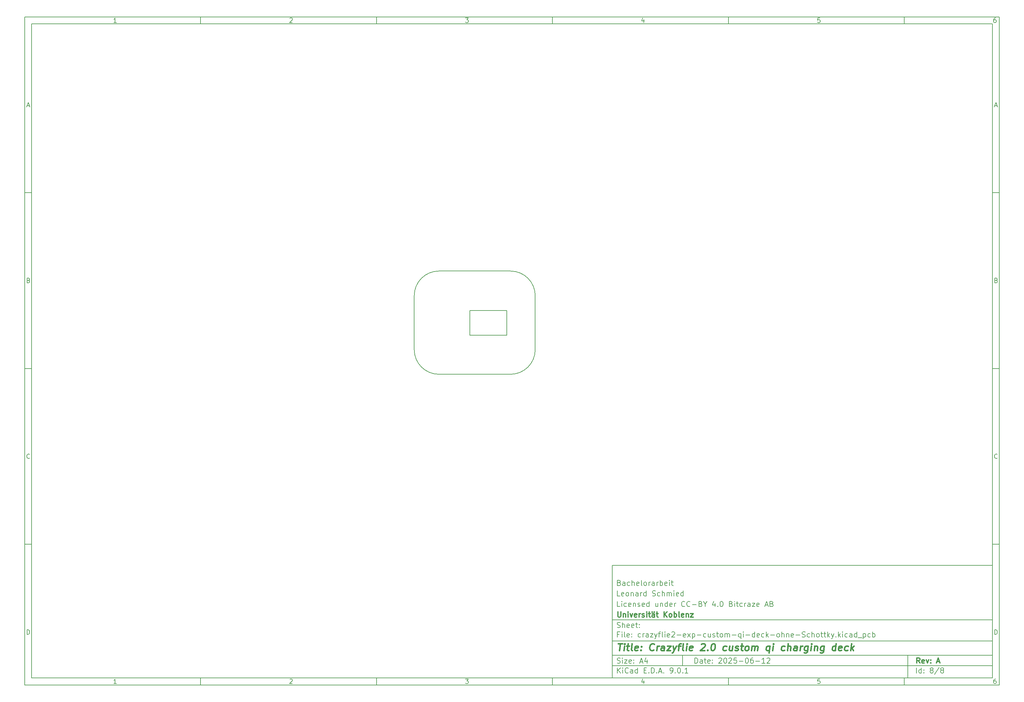
<source format=gm1>
%TF.GenerationSoftware,KiCad,Pcbnew,9.0.1*%
%TF.CreationDate,2025-07-31T18:48:45+02:00*%
%TF.ProjectId,crazyflie2-exp-custom-qi-deck-ohne-Schottky,6372617a-7966-46c6-9965-322d6578702d,A*%
%TF.SameCoordinates,Original*%
%TF.FileFunction,Profile,NP*%
%FSLAX46Y46*%
G04 Gerber Fmt 4.6, Leading zero omitted, Abs format (unit mm)*
G04 Created by KiCad (PCBNEW 9.0.1) date 2025-07-31 18:48:45*
%MOMM*%
%LPD*%
G01*
G04 APERTURE LIST*
%ADD10C,0.100000*%
%ADD11C,0.150000*%
%ADD12C,0.300000*%
%ADD13C,0.400000*%
%TA.AperFunction,Profile*%
%ADD14C,0.150000*%
%TD*%
G04 APERTURE END LIST*
D10*
D11*
X177002200Y-166007200D02*
X285002200Y-166007200D01*
X285002200Y-198007200D01*
X177002200Y-198007200D01*
X177002200Y-166007200D01*
D10*
D11*
X10000000Y-10000000D02*
X287002200Y-10000000D01*
X287002200Y-200007200D01*
X10000000Y-200007200D01*
X10000000Y-10000000D01*
D10*
D11*
X12000000Y-12000000D02*
X285002200Y-12000000D01*
X285002200Y-198007200D01*
X12000000Y-198007200D01*
X12000000Y-12000000D01*
D10*
D11*
X60000000Y-12000000D02*
X60000000Y-10000000D01*
D10*
D11*
X110000000Y-12000000D02*
X110000000Y-10000000D01*
D10*
D11*
X160000000Y-12000000D02*
X160000000Y-10000000D01*
D10*
D11*
X210000000Y-12000000D02*
X210000000Y-10000000D01*
D10*
D11*
X260000000Y-12000000D02*
X260000000Y-10000000D01*
D10*
D11*
X36089160Y-11593604D02*
X35346303Y-11593604D01*
X35717731Y-11593604D02*
X35717731Y-10293604D01*
X35717731Y-10293604D02*
X35593922Y-10479319D01*
X35593922Y-10479319D02*
X35470112Y-10603128D01*
X35470112Y-10603128D02*
X35346303Y-10665033D01*
D10*
D11*
X85346303Y-10417414D02*
X85408207Y-10355509D01*
X85408207Y-10355509D02*
X85532017Y-10293604D01*
X85532017Y-10293604D02*
X85841541Y-10293604D01*
X85841541Y-10293604D02*
X85965350Y-10355509D01*
X85965350Y-10355509D02*
X86027255Y-10417414D01*
X86027255Y-10417414D02*
X86089160Y-10541223D01*
X86089160Y-10541223D02*
X86089160Y-10665033D01*
X86089160Y-10665033D02*
X86027255Y-10850747D01*
X86027255Y-10850747D02*
X85284398Y-11593604D01*
X85284398Y-11593604D02*
X86089160Y-11593604D01*
D10*
D11*
X135284398Y-10293604D02*
X136089160Y-10293604D01*
X136089160Y-10293604D02*
X135655826Y-10788842D01*
X135655826Y-10788842D02*
X135841541Y-10788842D01*
X135841541Y-10788842D02*
X135965350Y-10850747D01*
X135965350Y-10850747D02*
X136027255Y-10912652D01*
X136027255Y-10912652D02*
X136089160Y-11036461D01*
X136089160Y-11036461D02*
X136089160Y-11345985D01*
X136089160Y-11345985D02*
X136027255Y-11469795D01*
X136027255Y-11469795D02*
X135965350Y-11531700D01*
X135965350Y-11531700D02*
X135841541Y-11593604D01*
X135841541Y-11593604D02*
X135470112Y-11593604D01*
X135470112Y-11593604D02*
X135346303Y-11531700D01*
X135346303Y-11531700D02*
X135284398Y-11469795D01*
D10*
D11*
X185965350Y-10726938D02*
X185965350Y-11593604D01*
X185655826Y-10231700D02*
X185346303Y-11160271D01*
X185346303Y-11160271D02*
X186151064Y-11160271D01*
D10*
D11*
X236027255Y-10293604D02*
X235408207Y-10293604D01*
X235408207Y-10293604D02*
X235346303Y-10912652D01*
X235346303Y-10912652D02*
X235408207Y-10850747D01*
X235408207Y-10850747D02*
X235532017Y-10788842D01*
X235532017Y-10788842D02*
X235841541Y-10788842D01*
X235841541Y-10788842D02*
X235965350Y-10850747D01*
X235965350Y-10850747D02*
X236027255Y-10912652D01*
X236027255Y-10912652D02*
X236089160Y-11036461D01*
X236089160Y-11036461D02*
X236089160Y-11345985D01*
X236089160Y-11345985D02*
X236027255Y-11469795D01*
X236027255Y-11469795D02*
X235965350Y-11531700D01*
X235965350Y-11531700D02*
X235841541Y-11593604D01*
X235841541Y-11593604D02*
X235532017Y-11593604D01*
X235532017Y-11593604D02*
X235408207Y-11531700D01*
X235408207Y-11531700D02*
X235346303Y-11469795D01*
D10*
D11*
X285965350Y-10293604D02*
X285717731Y-10293604D01*
X285717731Y-10293604D02*
X285593922Y-10355509D01*
X285593922Y-10355509D02*
X285532017Y-10417414D01*
X285532017Y-10417414D02*
X285408207Y-10603128D01*
X285408207Y-10603128D02*
X285346303Y-10850747D01*
X285346303Y-10850747D02*
X285346303Y-11345985D01*
X285346303Y-11345985D02*
X285408207Y-11469795D01*
X285408207Y-11469795D02*
X285470112Y-11531700D01*
X285470112Y-11531700D02*
X285593922Y-11593604D01*
X285593922Y-11593604D02*
X285841541Y-11593604D01*
X285841541Y-11593604D02*
X285965350Y-11531700D01*
X285965350Y-11531700D02*
X286027255Y-11469795D01*
X286027255Y-11469795D02*
X286089160Y-11345985D01*
X286089160Y-11345985D02*
X286089160Y-11036461D01*
X286089160Y-11036461D02*
X286027255Y-10912652D01*
X286027255Y-10912652D02*
X285965350Y-10850747D01*
X285965350Y-10850747D02*
X285841541Y-10788842D01*
X285841541Y-10788842D02*
X285593922Y-10788842D01*
X285593922Y-10788842D02*
X285470112Y-10850747D01*
X285470112Y-10850747D02*
X285408207Y-10912652D01*
X285408207Y-10912652D02*
X285346303Y-11036461D01*
D10*
D11*
X60000000Y-198007200D02*
X60000000Y-200007200D01*
D10*
D11*
X110000000Y-198007200D02*
X110000000Y-200007200D01*
D10*
D11*
X160000000Y-198007200D02*
X160000000Y-200007200D01*
D10*
D11*
X210000000Y-198007200D02*
X210000000Y-200007200D01*
D10*
D11*
X260000000Y-198007200D02*
X260000000Y-200007200D01*
D10*
D11*
X36089160Y-199600804D02*
X35346303Y-199600804D01*
X35717731Y-199600804D02*
X35717731Y-198300804D01*
X35717731Y-198300804D02*
X35593922Y-198486519D01*
X35593922Y-198486519D02*
X35470112Y-198610328D01*
X35470112Y-198610328D02*
X35346303Y-198672233D01*
D10*
D11*
X85346303Y-198424614D02*
X85408207Y-198362709D01*
X85408207Y-198362709D02*
X85532017Y-198300804D01*
X85532017Y-198300804D02*
X85841541Y-198300804D01*
X85841541Y-198300804D02*
X85965350Y-198362709D01*
X85965350Y-198362709D02*
X86027255Y-198424614D01*
X86027255Y-198424614D02*
X86089160Y-198548423D01*
X86089160Y-198548423D02*
X86089160Y-198672233D01*
X86089160Y-198672233D02*
X86027255Y-198857947D01*
X86027255Y-198857947D02*
X85284398Y-199600804D01*
X85284398Y-199600804D02*
X86089160Y-199600804D01*
D10*
D11*
X135284398Y-198300804D02*
X136089160Y-198300804D01*
X136089160Y-198300804D02*
X135655826Y-198796042D01*
X135655826Y-198796042D02*
X135841541Y-198796042D01*
X135841541Y-198796042D02*
X135965350Y-198857947D01*
X135965350Y-198857947D02*
X136027255Y-198919852D01*
X136027255Y-198919852D02*
X136089160Y-199043661D01*
X136089160Y-199043661D02*
X136089160Y-199353185D01*
X136089160Y-199353185D02*
X136027255Y-199476995D01*
X136027255Y-199476995D02*
X135965350Y-199538900D01*
X135965350Y-199538900D02*
X135841541Y-199600804D01*
X135841541Y-199600804D02*
X135470112Y-199600804D01*
X135470112Y-199600804D02*
X135346303Y-199538900D01*
X135346303Y-199538900D02*
X135284398Y-199476995D01*
D10*
D11*
X185965350Y-198734138D02*
X185965350Y-199600804D01*
X185655826Y-198238900D02*
X185346303Y-199167471D01*
X185346303Y-199167471D02*
X186151064Y-199167471D01*
D10*
D11*
X236027255Y-198300804D02*
X235408207Y-198300804D01*
X235408207Y-198300804D02*
X235346303Y-198919852D01*
X235346303Y-198919852D02*
X235408207Y-198857947D01*
X235408207Y-198857947D02*
X235532017Y-198796042D01*
X235532017Y-198796042D02*
X235841541Y-198796042D01*
X235841541Y-198796042D02*
X235965350Y-198857947D01*
X235965350Y-198857947D02*
X236027255Y-198919852D01*
X236027255Y-198919852D02*
X236089160Y-199043661D01*
X236089160Y-199043661D02*
X236089160Y-199353185D01*
X236089160Y-199353185D02*
X236027255Y-199476995D01*
X236027255Y-199476995D02*
X235965350Y-199538900D01*
X235965350Y-199538900D02*
X235841541Y-199600804D01*
X235841541Y-199600804D02*
X235532017Y-199600804D01*
X235532017Y-199600804D02*
X235408207Y-199538900D01*
X235408207Y-199538900D02*
X235346303Y-199476995D01*
D10*
D11*
X285965350Y-198300804D02*
X285717731Y-198300804D01*
X285717731Y-198300804D02*
X285593922Y-198362709D01*
X285593922Y-198362709D02*
X285532017Y-198424614D01*
X285532017Y-198424614D02*
X285408207Y-198610328D01*
X285408207Y-198610328D02*
X285346303Y-198857947D01*
X285346303Y-198857947D02*
X285346303Y-199353185D01*
X285346303Y-199353185D02*
X285408207Y-199476995D01*
X285408207Y-199476995D02*
X285470112Y-199538900D01*
X285470112Y-199538900D02*
X285593922Y-199600804D01*
X285593922Y-199600804D02*
X285841541Y-199600804D01*
X285841541Y-199600804D02*
X285965350Y-199538900D01*
X285965350Y-199538900D02*
X286027255Y-199476995D01*
X286027255Y-199476995D02*
X286089160Y-199353185D01*
X286089160Y-199353185D02*
X286089160Y-199043661D01*
X286089160Y-199043661D02*
X286027255Y-198919852D01*
X286027255Y-198919852D02*
X285965350Y-198857947D01*
X285965350Y-198857947D02*
X285841541Y-198796042D01*
X285841541Y-198796042D02*
X285593922Y-198796042D01*
X285593922Y-198796042D02*
X285470112Y-198857947D01*
X285470112Y-198857947D02*
X285408207Y-198919852D01*
X285408207Y-198919852D02*
X285346303Y-199043661D01*
D10*
D11*
X10000000Y-60000000D02*
X12000000Y-60000000D01*
D10*
D11*
X10000000Y-110000000D02*
X12000000Y-110000000D01*
D10*
D11*
X10000000Y-160000000D02*
X12000000Y-160000000D01*
D10*
D11*
X10690476Y-35222176D02*
X11309523Y-35222176D01*
X10566666Y-35593604D02*
X10999999Y-34293604D01*
X10999999Y-34293604D02*
X11433333Y-35593604D01*
D10*
D11*
X11092857Y-84912652D02*
X11278571Y-84974557D01*
X11278571Y-84974557D02*
X11340476Y-85036461D01*
X11340476Y-85036461D02*
X11402380Y-85160271D01*
X11402380Y-85160271D02*
X11402380Y-85345985D01*
X11402380Y-85345985D02*
X11340476Y-85469795D01*
X11340476Y-85469795D02*
X11278571Y-85531700D01*
X11278571Y-85531700D02*
X11154761Y-85593604D01*
X11154761Y-85593604D02*
X10659523Y-85593604D01*
X10659523Y-85593604D02*
X10659523Y-84293604D01*
X10659523Y-84293604D02*
X11092857Y-84293604D01*
X11092857Y-84293604D02*
X11216666Y-84355509D01*
X11216666Y-84355509D02*
X11278571Y-84417414D01*
X11278571Y-84417414D02*
X11340476Y-84541223D01*
X11340476Y-84541223D02*
X11340476Y-84665033D01*
X11340476Y-84665033D02*
X11278571Y-84788842D01*
X11278571Y-84788842D02*
X11216666Y-84850747D01*
X11216666Y-84850747D02*
X11092857Y-84912652D01*
X11092857Y-84912652D02*
X10659523Y-84912652D01*
D10*
D11*
X11402380Y-135469795D02*
X11340476Y-135531700D01*
X11340476Y-135531700D02*
X11154761Y-135593604D01*
X11154761Y-135593604D02*
X11030952Y-135593604D01*
X11030952Y-135593604D02*
X10845238Y-135531700D01*
X10845238Y-135531700D02*
X10721428Y-135407890D01*
X10721428Y-135407890D02*
X10659523Y-135284080D01*
X10659523Y-135284080D02*
X10597619Y-135036461D01*
X10597619Y-135036461D02*
X10597619Y-134850747D01*
X10597619Y-134850747D02*
X10659523Y-134603128D01*
X10659523Y-134603128D02*
X10721428Y-134479319D01*
X10721428Y-134479319D02*
X10845238Y-134355509D01*
X10845238Y-134355509D02*
X11030952Y-134293604D01*
X11030952Y-134293604D02*
X11154761Y-134293604D01*
X11154761Y-134293604D02*
X11340476Y-134355509D01*
X11340476Y-134355509D02*
X11402380Y-134417414D01*
D10*
D11*
X10659523Y-185593604D02*
X10659523Y-184293604D01*
X10659523Y-184293604D02*
X10969047Y-184293604D01*
X10969047Y-184293604D02*
X11154761Y-184355509D01*
X11154761Y-184355509D02*
X11278571Y-184479319D01*
X11278571Y-184479319D02*
X11340476Y-184603128D01*
X11340476Y-184603128D02*
X11402380Y-184850747D01*
X11402380Y-184850747D02*
X11402380Y-185036461D01*
X11402380Y-185036461D02*
X11340476Y-185284080D01*
X11340476Y-185284080D02*
X11278571Y-185407890D01*
X11278571Y-185407890D02*
X11154761Y-185531700D01*
X11154761Y-185531700D02*
X10969047Y-185593604D01*
X10969047Y-185593604D02*
X10659523Y-185593604D01*
D10*
D11*
X287002200Y-60000000D02*
X285002200Y-60000000D01*
D10*
D11*
X287002200Y-110000000D02*
X285002200Y-110000000D01*
D10*
D11*
X287002200Y-160000000D02*
X285002200Y-160000000D01*
D10*
D11*
X285692676Y-35222176D02*
X286311723Y-35222176D01*
X285568866Y-35593604D02*
X286002199Y-34293604D01*
X286002199Y-34293604D02*
X286435533Y-35593604D01*
D10*
D11*
X286095057Y-84912652D02*
X286280771Y-84974557D01*
X286280771Y-84974557D02*
X286342676Y-85036461D01*
X286342676Y-85036461D02*
X286404580Y-85160271D01*
X286404580Y-85160271D02*
X286404580Y-85345985D01*
X286404580Y-85345985D02*
X286342676Y-85469795D01*
X286342676Y-85469795D02*
X286280771Y-85531700D01*
X286280771Y-85531700D02*
X286156961Y-85593604D01*
X286156961Y-85593604D02*
X285661723Y-85593604D01*
X285661723Y-85593604D02*
X285661723Y-84293604D01*
X285661723Y-84293604D02*
X286095057Y-84293604D01*
X286095057Y-84293604D02*
X286218866Y-84355509D01*
X286218866Y-84355509D02*
X286280771Y-84417414D01*
X286280771Y-84417414D02*
X286342676Y-84541223D01*
X286342676Y-84541223D02*
X286342676Y-84665033D01*
X286342676Y-84665033D02*
X286280771Y-84788842D01*
X286280771Y-84788842D02*
X286218866Y-84850747D01*
X286218866Y-84850747D02*
X286095057Y-84912652D01*
X286095057Y-84912652D02*
X285661723Y-84912652D01*
D10*
D11*
X286404580Y-135469795D02*
X286342676Y-135531700D01*
X286342676Y-135531700D02*
X286156961Y-135593604D01*
X286156961Y-135593604D02*
X286033152Y-135593604D01*
X286033152Y-135593604D02*
X285847438Y-135531700D01*
X285847438Y-135531700D02*
X285723628Y-135407890D01*
X285723628Y-135407890D02*
X285661723Y-135284080D01*
X285661723Y-135284080D02*
X285599819Y-135036461D01*
X285599819Y-135036461D02*
X285599819Y-134850747D01*
X285599819Y-134850747D02*
X285661723Y-134603128D01*
X285661723Y-134603128D02*
X285723628Y-134479319D01*
X285723628Y-134479319D02*
X285847438Y-134355509D01*
X285847438Y-134355509D02*
X286033152Y-134293604D01*
X286033152Y-134293604D02*
X286156961Y-134293604D01*
X286156961Y-134293604D02*
X286342676Y-134355509D01*
X286342676Y-134355509D02*
X286404580Y-134417414D01*
D10*
D11*
X285661723Y-185593604D02*
X285661723Y-184293604D01*
X285661723Y-184293604D02*
X285971247Y-184293604D01*
X285971247Y-184293604D02*
X286156961Y-184355509D01*
X286156961Y-184355509D02*
X286280771Y-184479319D01*
X286280771Y-184479319D02*
X286342676Y-184603128D01*
X286342676Y-184603128D02*
X286404580Y-184850747D01*
X286404580Y-184850747D02*
X286404580Y-185036461D01*
X286404580Y-185036461D02*
X286342676Y-185284080D01*
X286342676Y-185284080D02*
X286280771Y-185407890D01*
X286280771Y-185407890D02*
X286156961Y-185531700D01*
X286156961Y-185531700D02*
X285971247Y-185593604D01*
X285971247Y-185593604D02*
X285661723Y-185593604D01*
D10*
D11*
X200458026Y-193793328D02*
X200458026Y-192293328D01*
X200458026Y-192293328D02*
X200815169Y-192293328D01*
X200815169Y-192293328D02*
X201029455Y-192364757D01*
X201029455Y-192364757D02*
X201172312Y-192507614D01*
X201172312Y-192507614D02*
X201243741Y-192650471D01*
X201243741Y-192650471D02*
X201315169Y-192936185D01*
X201315169Y-192936185D02*
X201315169Y-193150471D01*
X201315169Y-193150471D02*
X201243741Y-193436185D01*
X201243741Y-193436185D02*
X201172312Y-193579042D01*
X201172312Y-193579042D02*
X201029455Y-193721900D01*
X201029455Y-193721900D02*
X200815169Y-193793328D01*
X200815169Y-193793328D02*
X200458026Y-193793328D01*
X202600884Y-193793328D02*
X202600884Y-193007614D01*
X202600884Y-193007614D02*
X202529455Y-192864757D01*
X202529455Y-192864757D02*
X202386598Y-192793328D01*
X202386598Y-192793328D02*
X202100884Y-192793328D01*
X202100884Y-192793328D02*
X201958026Y-192864757D01*
X202600884Y-193721900D02*
X202458026Y-193793328D01*
X202458026Y-193793328D02*
X202100884Y-193793328D01*
X202100884Y-193793328D02*
X201958026Y-193721900D01*
X201958026Y-193721900D02*
X201886598Y-193579042D01*
X201886598Y-193579042D02*
X201886598Y-193436185D01*
X201886598Y-193436185D02*
X201958026Y-193293328D01*
X201958026Y-193293328D02*
X202100884Y-193221900D01*
X202100884Y-193221900D02*
X202458026Y-193221900D01*
X202458026Y-193221900D02*
X202600884Y-193150471D01*
X203100884Y-192793328D02*
X203672312Y-192793328D01*
X203315169Y-192293328D02*
X203315169Y-193579042D01*
X203315169Y-193579042D02*
X203386598Y-193721900D01*
X203386598Y-193721900D02*
X203529455Y-193793328D01*
X203529455Y-193793328D02*
X203672312Y-193793328D01*
X204743741Y-193721900D02*
X204600884Y-193793328D01*
X204600884Y-193793328D02*
X204315170Y-193793328D01*
X204315170Y-193793328D02*
X204172312Y-193721900D01*
X204172312Y-193721900D02*
X204100884Y-193579042D01*
X204100884Y-193579042D02*
X204100884Y-193007614D01*
X204100884Y-193007614D02*
X204172312Y-192864757D01*
X204172312Y-192864757D02*
X204315170Y-192793328D01*
X204315170Y-192793328D02*
X204600884Y-192793328D01*
X204600884Y-192793328D02*
X204743741Y-192864757D01*
X204743741Y-192864757D02*
X204815170Y-193007614D01*
X204815170Y-193007614D02*
X204815170Y-193150471D01*
X204815170Y-193150471D02*
X204100884Y-193293328D01*
X205458026Y-193650471D02*
X205529455Y-193721900D01*
X205529455Y-193721900D02*
X205458026Y-193793328D01*
X205458026Y-193793328D02*
X205386598Y-193721900D01*
X205386598Y-193721900D02*
X205458026Y-193650471D01*
X205458026Y-193650471D02*
X205458026Y-193793328D01*
X205458026Y-192864757D02*
X205529455Y-192936185D01*
X205529455Y-192936185D02*
X205458026Y-193007614D01*
X205458026Y-193007614D02*
X205386598Y-192936185D01*
X205386598Y-192936185D02*
X205458026Y-192864757D01*
X205458026Y-192864757D02*
X205458026Y-193007614D01*
X207243741Y-192436185D02*
X207315169Y-192364757D01*
X207315169Y-192364757D02*
X207458027Y-192293328D01*
X207458027Y-192293328D02*
X207815169Y-192293328D01*
X207815169Y-192293328D02*
X207958027Y-192364757D01*
X207958027Y-192364757D02*
X208029455Y-192436185D01*
X208029455Y-192436185D02*
X208100884Y-192579042D01*
X208100884Y-192579042D02*
X208100884Y-192721900D01*
X208100884Y-192721900D02*
X208029455Y-192936185D01*
X208029455Y-192936185D02*
X207172312Y-193793328D01*
X207172312Y-193793328D02*
X208100884Y-193793328D01*
X209029455Y-192293328D02*
X209172312Y-192293328D01*
X209172312Y-192293328D02*
X209315169Y-192364757D01*
X209315169Y-192364757D02*
X209386598Y-192436185D01*
X209386598Y-192436185D02*
X209458026Y-192579042D01*
X209458026Y-192579042D02*
X209529455Y-192864757D01*
X209529455Y-192864757D02*
X209529455Y-193221900D01*
X209529455Y-193221900D02*
X209458026Y-193507614D01*
X209458026Y-193507614D02*
X209386598Y-193650471D01*
X209386598Y-193650471D02*
X209315169Y-193721900D01*
X209315169Y-193721900D02*
X209172312Y-193793328D01*
X209172312Y-193793328D02*
X209029455Y-193793328D01*
X209029455Y-193793328D02*
X208886598Y-193721900D01*
X208886598Y-193721900D02*
X208815169Y-193650471D01*
X208815169Y-193650471D02*
X208743740Y-193507614D01*
X208743740Y-193507614D02*
X208672312Y-193221900D01*
X208672312Y-193221900D02*
X208672312Y-192864757D01*
X208672312Y-192864757D02*
X208743740Y-192579042D01*
X208743740Y-192579042D02*
X208815169Y-192436185D01*
X208815169Y-192436185D02*
X208886598Y-192364757D01*
X208886598Y-192364757D02*
X209029455Y-192293328D01*
X210100883Y-192436185D02*
X210172311Y-192364757D01*
X210172311Y-192364757D02*
X210315169Y-192293328D01*
X210315169Y-192293328D02*
X210672311Y-192293328D01*
X210672311Y-192293328D02*
X210815169Y-192364757D01*
X210815169Y-192364757D02*
X210886597Y-192436185D01*
X210886597Y-192436185D02*
X210958026Y-192579042D01*
X210958026Y-192579042D02*
X210958026Y-192721900D01*
X210958026Y-192721900D02*
X210886597Y-192936185D01*
X210886597Y-192936185D02*
X210029454Y-193793328D01*
X210029454Y-193793328D02*
X210958026Y-193793328D01*
X212315168Y-192293328D02*
X211600882Y-192293328D01*
X211600882Y-192293328D02*
X211529454Y-193007614D01*
X211529454Y-193007614D02*
X211600882Y-192936185D01*
X211600882Y-192936185D02*
X211743740Y-192864757D01*
X211743740Y-192864757D02*
X212100882Y-192864757D01*
X212100882Y-192864757D02*
X212243740Y-192936185D01*
X212243740Y-192936185D02*
X212315168Y-193007614D01*
X212315168Y-193007614D02*
X212386597Y-193150471D01*
X212386597Y-193150471D02*
X212386597Y-193507614D01*
X212386597Y-193507614D02*
X212315168Y-193650471D01*
X212315168Y-193650471D02*
X212243740Y-193721900D01*
X212243740Y-193721900D02*
X212100882Y-193793328D01*
X212100882Y-193793328D02*
X211743740Y-193793328D01*
X211743740Y-193793328D02*
X211600882Y-193721900D01*
X211600882Y-193721900D02*
X211529454Y-193650471D01*
X213029453Y-193221900D02*
X214172311Y-193221900D01*
X215172311Y-192293328D02*
X215315168Y-192293328D01*
X215315168Y-192293328D02*
X215458025Y-192364757D01*
X215458025Y-192364757D02*
X215529454Y-192436185D01*
X215529454Y-192436185D02*
X215600882Y-192579042D01*
X215600882Y-192579042D02*
X215672311Y-192864757D01*
X215672311Y-192864757D02*
X215672311Y-193221900D01*
X215672311Y-193221900D02*
X215600882Y-193507614D01*
X215600882Y-193507614D02*
X215529454Y-193650471D01*
X215529454Y-193650471D02*
X215458025Y-193721900D01*
X215458025Y-193721900D02*
X215315168Y-193793328D01*
X215315168Y-193793328D02*
X215172311Y-193793328D01*
X215172311Y-193793328D02*
X215029454Y-193721900D01*
X215029454Y-193721900D02*
X214958025Y-193650471D01*
X214958025Y-193650471D02*
X214886596Y-193507614D01*
X214886596Y-193507614D02*
X214815168Y-193221900D01*
X214815168Y-193221900D02*
X214815168Y-192864757D01*
X214815168Y-192864757D02*
X214886596Y-192579042D01*
X214886596Y-192579042D02*
X214958025Y-192436185D01*
X214958025Y-192436185D02*
X215029454Y-192364757D01*
X215029454Y-192364757D02*
X215172311Y-192293328D01*
X216958025Y-192293328D02*
X216672310Y-192293328D01*
X216672310Y-192293328D02*
X216529453Y-192364757D01*
X216529453Y-192364757D02*
X216458025Y-192436185D01*
X216458025Y-192436185D02*
X216315167Y-192650471D01*
X216315167Y-192650471D02*
X216243739Y-192936185D01*
X216243739Y-192936185D02*
X216243739Y-193507614D01*
X216243739Y-193507614D02*
X216315167Y-193650471D01*
X216315167Y-193650471D02*
X216386596Y-193721900D01*
X216386596Y-193721900D02*
X216529453Y-193793328D01*
X216529453Y-193793328D02*
X216815167Y-193793328D01*
X216815167Y-193793328D02*
X216958025Y-193721900D01*
X216958025Y-193721900D02*
X217029453Y-193650471D01*
X217029453Y-193650471D02*
X217100882Y-193507614D01*
X217100882Y-193507614D02*
X217100882Y-193150471D01*
X217100882Y-193150471D02*
X217029453Y-193007614D01*
X217029453Y-193007614D02*
X216958025Y-192936185D01*
X216958025Y-192936185D02*
X216815167Y-192864757D01*
X216815167Y-192864757D02*
X216529453Y-192864757D01*
X216529453Y-192864757D02*
X216386596Y-192936185D01*
X216386596Y-192936185D02*
X216315167Y-193007614D01*
X216315167Y-193007614D02*
X216243739Y-193150471D01*
X217743738Y-193221900D02*
X218886596Y-193221900D01*
X220386596Y-193793328D02*
X219529453Y-193793328D01*
X219958024Y-193793328D02*
X219958024Y-192293328D01*
X219958024Y-192293328D02*
X219815167Y-192507614D01*
X219815167Y-192507614D02*
X219672310Y-192650471D01*
X219672310Y-192650471D02*
X219529453Y-192721900D01*
X220958024Y-192436185D02*
X221029452Y-192364757D01*
X221029452Y-192364757D02*
X221172310Y-192293328D01*
X221172310Y-192293328D02*
X221529452Y-192293328D01*
X221529452Y-192293328D02*
X221672310Y-192364757D01*
X221672310Y-192364757D02*
X221743738Y-192436185D01*
X221743738Y-192436185D02*
X221815167Y-192579042D01*
X221815167Y-192579042D02*
X221815167Y-192721900D01*
X221815167Y-192721900D02*
X221743738Y-192936185D01*
X221743738Y-192936185D02*
X220886595Y-193793328D01*
X220886595Y-193793328D02*
X221815167Y-193793328D01*
D10*
D11*
X177002200Y-194507200D02*
X285002200Y-194507200D01*
D10*
D11*
X178458026Y-196593328D02*
X178458026Y-195093328D01*
X179315169Y-196593328D02*
X178672312Y-195736185D01*
X179315169Y-195093328D02*
X178458026Y-195950471D01*
X179958026Y-196593328D02*
X179958026Y-195593328D01*
X179958026Y-195093328D02*
X179886598Y-195164757D01*
X179886598Y-195164757D02*
X179958026Y-195236185D01*
X179958026Y-195236185D02*
X180029455Y-195164757D01*
X180029455Y-195164757D02*
X179958026Y-195093328D01*
X179958026Y-195093328D02*
X179958026Y-195236185D01*
X181529455Y-196450471D02*
X181458027Y-196521900D01*
X181458027Y-196521900D02*
X181243741Y-196593328D01*
X181243741Y-196593328D02*
X181100884Y-196593328D01*
X181100884Y-196593328D02*
X180886598Y-196521900D01*
X180886598Y-196521900D02*
X180743741Y-196379042D01*
X180743741Y-196379042D02*
X180672312Y-196236185D01*
X180672312Y-196236185D02*
X180600884Y-195950471D01*
X180600884Y-195950471D02*
X180600884Y-195736185D01*
X180600884Y-195736185D02*
X180672312Y-195450471D01*
X180672312Y-195450471D02*
X180743741Y-195307614D01*
X180743741Y-195307614D02*
X180886598Y-195164757D01*
X180886598Y-195164757D02*
X181100884Y-195093328D01*
X181100884Y-195093328D02*
X181243741Y-195093328D01*
X181243741Y-195093328D02*
X181458027Y-195164757D01*
X181458027Y-195164757D02*
X181529455Y-195236185D01*
X182815170Y-196593328D02*
X182815170Y-195807614D01*
X182815170Y-195807614D02*
X182743741Y-195664757D01*
X182743741Y-195664757D02*
X182600884Y-195593328D01*
X182600884Y-195593328D02*
X182315170Y-195593328D01*
X182315170Y-195593328D02*
X182172312Y-195664757D01*
X182815170Y-196521900D02*
X182672312Y-196593328D01*
X182672312Y-196593328D02*
X182315170Y-196593328D01*
X182315170Y-196593328D02*
X182172312Y-196521900D01*
X182172312Y-196521900D02*
X182100884Y-196379042D01*
X182100884Y-196379042D02*
X182100884Y-196236185D01*
X182100884Y-196236185D02*
X182172312Y-196093328D01*
X182172312Y-196093328D02*
X182315170Y-196021900D01*
X182315170Y-196021900D02*
X182672312Y-196021900D01*
X182672312Y-196021900D02*
X182815170Y-195950471D01*
X184172313Y-196593328D02*
X184172313Y-195093328D01*
X184172313Y-196521900D02*
X184029455Y-196593328D01*
X184029455Y-196593328D02*
X183743741Y-196593328D01*
X183743741Y-196593328D02*
X183600884Y-196521900D01*
X183600884Y-196521900D02*
X183529455Y-196450471D01*
X183529455Y-196450471D02*
X183458027Y-196307614D01*
X183458027Y-196307614D02*
X183458027Y-195879042D01*
X183458027Y-195879042D02*
X183529455Y-195736185D01*
X183529455Y-195736185D02*
X183600884Y-195664757D01*
X183600884Y-195664757D02*
X183743741Y-195593328D01*
X183743741Y-195593328D02*
X184029455Y-195593328D01*
X184029455Y-195593328D02*
X184172313Y-195664757D01*
X186029455Y-195807614D02*
X186529455Y-195807614D01*
X186743741Y-196593328D02*
X186029455Y-196593328D01*
X186029455Y-196593328D02*
X186029455Y-195093328D01*
X186029455Y-195093328D02*
X186743741Y-195093328D01*
X187386598Y-196450471D02*
X187458027Y-196521900D01*
X187458027Y-196521900D02*
X187386598Y-196593328D01*
X187386598Y-196593328D02*
X187315170Y-196521900D01*
X187315170Y-196521900D02*
X187386598Y-196450471D01*
X187386598Y-196450471D02*
X187386598Y-196593328D01*
X188100884Y-196593328D02*
X188100884Y-195093328D01*
X188100884Y-195093328D02*
X188458027Y-195093328D01*
X188458027Y-195093328D02*
X188672313Y-195164757D01*
X188672313Y-195164757D02*
X188815170Y-195307614D01*
X188815170Y-195307614D02*
X188886599Y-195450471D01*
X188886599Y-195450471D02*
X188958027Y-195736185D01*
X188958027Y-195736185D02*
X188958027Y-195950471D01*
X188958027Y-195950471D02*
X188886599Y-196236185D01*
X188886599Y-196236185D02*
X188815170Y-196379042D01*
X188815170Y-196379042D02*
X188672313Y-196521900D01*
X188672313Y-196521900D02*
X188458027Y-196593328D01*
X188458027Y-196593328D02*
X188100884Y-196593328D01*
X189600884Y-196450471D02*
X189672313Y-196521900D01*
X189672313Y-196521900D02*
X189600884Y-196593328D01*
X189600884Y-196593328D02*
X189529456Y-196521900D01*
X189529456Y-196521900D02*
X189600884Y-196450471D01*
X189600884Y-196450471D02*
X189600884Y-196593328D01*
X190243742Y-196164757D02*
X190958028Y-196164757D01*
X190100885Y-196593328D02*
X190600885Y-195093328D01*
X190600885Y-195093328D02*
X191100885Y-196593328D01*
X191600884Y-196450471D02*
X191672313Y-196521900D01*
X191672313Y-196521900D02*
X191600884Y-196593328D01*
X191600884Y-196593328D02*
X191529456Y-196521900D01*
X191529456Y-196521900D02*
X191600884Y-196450471D01*
X191600884Y-196450471D02*
X191600884Y-196593328D01*
X193529456Y-196593328D02*
X193815170Y-196593328D01*
X193815170Y-196593328D02*
X193958027Y-196521900D01*
X193958027Y-196521900D02*
X194029456Y-196450471D01*
X194029456Y-196450471D02*
X194172313Y-196236185D01*
X194172313Y-196236185D02*
X194243742Y-195950471D01*
X194243742Y-195950471D02*
X194243742Y-195379042D01*
X194243742Y-195379042D02*
X194172313Y-195236185D01*
X194172313Y-195236185D02*
X194100885Y-195164757D01*
X194100885Y-195164757D02*
X193958027Y-195093328D01*
X193958027Y-195093328D02*
X193672313Y-195093328D01*
X193672313Y-195093328D02*
X193529456Y-195164757D01*
X193529456Y-195164757D02*
X193458027Y-195236185D01*
X193458027Y-195236185D02*
X193386599Y-195379042D01*
X193386599Y-195379042D02*
X193386599Y-195736185D01*
X193386599Y-195736185D02*
X193458027Y-195879042D01*
X193458027Y-195879042D02*
X193529456Y-195950471D01*
X193529456Y-195950471D02*
X193672313Y-196021900D01*
X193672313Y-196021900D02*
X193958027Y-196021900D01*
X193958027Y-196021900D02*
X194100885Y-195950471D01*
X194100885Y-195950471D02*
X194172313Y-195879042D01*
X194172313Y-195879042D02*
X194243742Y-195736185D01*
X194886598Y-196450471D02*
X194958027Y-196521900D01*
X194958027Y-196521900D02*
X194886598Y-196593328D01*
X194886598Y-196593328D02*
X194815170Y-196521900D01*
X194815170Y-196521900D02*
X194886598Y-196450471D01*
X194886598Y-196450471D02*
X194886598Y-196593328D01*
X195886599Y-195093328D02*
X196029456Y-195093328D01*
X196029456Y-195093328D02*
X196172313Y-195164757D01*
X196172313Y-195164757D02*
X196243742Y-195236185D01*
X196243742Y-195236185D02*
X196315170Y-195379042D01*
X196315170Y-195379042D02*
X196386599Y-195664757D01*
X196386599Y-195664757D02*
X196386599Y-196021900D01*
X196386599Y-196021900D02*
X196315170Y-196307614D01*
X196315170Y-196307614D02*
X196243742Y-196450471D01*
X196243742Y-196450471D02*
X196172313Y-196521900D01*
X196172313Y-196521900D02*
X196029456Y-196593328D01*
X196029456Y-196593328D02*
X195886599Y-196593328D01*
X195886599Y-196593328D02*
X195743742Y-196521900D01*
X195743742Y-196521900D02*
X195672313Y-196450471D01*
X195672313Y-196450471D02*
X195600884Y-196307614D01*
X195600884Y-196307614D02*
X195529456Y-196021900D01*
X195529456Y-196021900D02*
X195529456Y-195664757D01*
X195529456Y-195664757D02*
X195600884Y-195379042D01*
X195600884Y-195379042D02*
X195672313Y-195236185D01*
X195672313Y-195236185D02*
X195743742Y-195164757D01*
X195743742Y-195164757D02*
X195886599Y-195093328D01*
X197029455Y-196450471D02*
X197100884Y-196521900D01*
X197100884Y-196521900D02*
X197029455Y-196593328D01*
X197029455Y-196593328D02*
X196958027Y-196521900D01*
X196958027Y-196521900D02*
X197029455Y-196450471D01*
X197029455Y-196450471D02*
X197029455Y-196593328D01*
X198529456Y-196593328D02*
X197672313Y-196593328D01*
X198100884Y-196593328D02*
X198100884Y-195093328D01*
X198100884Y-195093328D02*
X197958027Y-195307614D01*
X197958027Y-195307614D02*
X197815170Y-195450471D01*
X197815170Y-195450471D02*
X197672313Y-195521900D01*
D10*
D11*
X177002200Y-191507200D02*
X285002200Y-191507200D01*
D10*
D12*
X264413853Y-193785528D02*
X263913853Y-193071242D01*
X263556710Y-193785528D02*
X263556710Y-192285528D01*
X263556710Y-192285528D02*
X264128139Y-192285528D01*
X264128139Y-192285528D02*
X264270996Y-192356957D01*
X264270996Y-192356957D02*
X264342425Y-192428385D01*
X264342425Y-192428385D02*
X264413853Y-192571242D01*
X264413853Y-192571242D02*
X264413853Y-192785528D01*
X264413853Y-192785528D02*
X264342425Y-192928385D01*
X264342425Y-192928385D02*
X264270996Y-192999814D01*
X264270996Y-192999814D02*
X264128139Y-193071242D01*
X264128139Y-193071242D02*
X263556710Y-193071242D01*
X265628139Y-193714100D02*
X265485282Y-193785528D01*
X265485282Y-193785528D02*
X265199568Y-193785528D01*
X265199568Y-193785528D02*
X265056710Y-193714100D01*
X265056710Y-193714100D02*
X264985282Y-193571242D01*
X264985282Y-193571242D02*
X264985282Y-192999814D01*
X264985282Y-192999814D02*
X265056710Y-192856957D01*
X265056710Y-192856957D02*
X265199568Y-192785528D01*
X265199568Y-192785528D02*
X265485282Y-192785528D01*
X265485282Y-192785528D02*
X265628139Y-192856957D01*
X265628139Y-192856957D02*
X265699568Y-192999814D01*
X265699568Y-192999814D02*
X265699568Y-193142671D01*
X265699568Y-193142671D02*
X264985282Y-193285528D01*
X266199567Y-192785528D02*
X266556710Y-193785528D01*
X266556710Y-193785528D02*
X266913853Y-192785528D01*
X267485281Y-193642671D02*
X267556710Y-193714100D01*
X267556710Y-193714100D02*
X267485281Y-193785528D01*
X267485281Y-193785528D02*
X267413853Y-193714100D01*
X267413853Y-193714100D02*
X267485281Y-193642671D01*
X267485281Y-193642671D02*
X267485281Y-193785528D01*
X267485281Y-192856957D02*
X267556710Y-192928385D01*
X267556710Y-192928385D02*
X267485281Y-192999814D01*
X267485281Y-192999814D02*
X267413853Y-192928385D01*
X267413853Y-192928385D02*
X267485281Y-192856957D01*
X267485281Y-192856957D02*
X267485281Y-192999814D01*
X269270996Y-193356957D02*
X269985282Y-193356957D01*
X269128139Y-193785528D02*
X269628139Y-192285528D01*
X269628139Y-192285528D02*
X270128139Y-193785528D01*
D10*
D11*
X178386598Y-193721900D02*
X178600884Y-193793328D01*
X178600884Y-193793328D02*
X178958026Y-193793328D01*
X178958026Y-193793328D02*
X179100884Y-193721900D01*
X179100884Y-193721900D02*
X179172312Y-193650471D01*
X179172312Y-193650471D02*
X179243741Y-193507614D01*
X179243741Y-193507614D02*
X179243741Y-193364757D01*
X179243741Y-193364757D02*
X179172312Y-193221900D01*
X179172312Y-193221900D02*
X179100884Y-193150471D01*
X179100884Y-193150471D02*
X178958026Y-193079042D01*
X178958026Y-193079042D02*
X178672312Y-193007614D01*
X178672312Y-193007614D02*
X178529455Y-192936185D01*
X178529455Y-192936185D02*
X178458026Y-192864757D01*
X178458026Y-192864757D02*
X178386598Y-192721900D01*
X178386598Y-192721900D02*
X178386598Y-192579042D01*
X178386598Y-192579042D02*
X178458026Y-192436185D01*
X178458026Y-192436185D02*
X178529455Y-192364757D01*
X178529455Y-192364757D02*
X178672312Y-192293328D01*
X178672312Y-192293328D02*
X179029455Y-192293328D01*
X179029455Y-192293328D02*
X179243741Y-192364757D01*
X179886597Y-193793328D02*
X179886597Y-192793328D01*
X179886597Y-192293328D02*
X179815169Y-192364757D01*
X179815169Y-192364757D02*
X179886597Y-192436185D01*
X179886597Y-192436185D02*
X179958026Y-192364757D01*
X179958026Y-192364757D02*
X179886597Y-192293328D01*
X179886597Y-192293328D02*
X179886597Y-192436185D01*
X180458026Y-192793328D02*
X181243741Y-192793328D01*
X181243741Y-192793328D02*
X180458026Y-193793328D01*
X180458026Y-193793328D02*
X181243741Y-193793328D01*
X182386598Y-193721900D02*
X182243741Y-193793328D01*
X182243741Y-193793328D02*
X181958027Y-193793328D01*
X181958027Y-193793328D02*
X181815169Y-193721900D01*
X181815169Y-193721900D02*
X181743741Y-193579042D01*
X181743741Y-193579042D02*
X181743741Y-193007614D01*
X181743741Y-193007614D02*
X181815169Y-192864757D01*
X181815169Y-192864757D02*
X181958027Y-192793328D01*
X181958027Y-192793328D02*
X182243741Y-192793328D01*
X182243741Y-192793328D02*
X182386598Y-192864757D01*
X182386598Y-192864757D02*
X182458027Y-193007614D01*
X182458027Y-193007614D02*
X182458027Y-193150471D01*
X182458027Y-193150471D02*
X181743741Y-193293328D01*
X183100883Y-193650471D02*
X183172312Y-193721900D01*
X183172312Y-193721900D02*
X183100883Y-193793328D01*
X183100883Y-193793328D02*
X183029455Y-193721900D01*
X183029455Y-193721900D02*
X183100883Y-193650471D01*
X183100883Y-193650471D02*
X183100883Y-193793328D01*
X183100883Y-192864757D02*
X183172312Y-192936185D01*
X183172312Y-192936185D02*
X183100883Y-193007614D01*
X183100883Y-193007614D02*
X183029455Y-192936185D01*
X183029455Y-192936185D02*
X183100883Y-192864757D01*
X183100883Y-192864757D02*
X183100883Y-193007614D01*
X184886598Y-193364757D02*
X185600884Y-193364757D01*
X184743741Y-193793328D02*
X185243741Y-192293328D01*
X185243741Y-192293328D02*
X185743741Y-193793328D01*
X186886598Y-192793328D02*
X186886598Y-193793328D01*
X186529455Y-192221900D02*
X186172312Y-193293328D01*
X186172312Y-193293328D02*
X187100883Y-193293328D01*
D10*
D11*
X263458026Y-196593328D02*
X263458026Y-195093328D01*
X264815170Y-196593328D02*
X264815170Y-195093328D01*
X264815170Y-196521900D02*
X264672312Y-196593328D01*
X264672312Y-196593328D02*
X264386598Y-196593328D01*
X264386598Y-196593328D02*
X264243741Y-196521900D01*
X264243741Y-196521900D02*
X264172312Y-196450471D01*
X264172312Y-196450471D02*
X264100884Y-196307614D01*
X264100884Y-196307614D02*
X264100884Y-195879042D01*
X264100884Y-195879042D02*
X264172312Y-195736185D01*
X264172312Y-195736185D02*
X264243741Y-195664757D01*
X264243741Y-195664757D02*
X264386598Y-195593328D01*
X264386598Y-195593328D02*
X264672312Y-195593328D01*
X264672312Y-195593328D02*
X264815170Y-195664757D01*
X265529455Y-196450471D02*
X265600884Y-196521900D01*
X265600884Y-196521900D02*
X265529455Y-196593328D01*
X265529455Y-196593328D02*
X265458027Y-196521900D01*
X265458027Y-196521900D02*
X265529455Y-196450471D01*
X265529455Y-196450471D02*
X265529455Y-196593328D01*
X265529455Y-195664757D02*
X265600884Y-195736185D01*
X265600884Y-195736185D02*
X265529455Y-195807614D01*
X265529455Y-195807614D02*
X265458027Y-195736185D01*
X265458027Y-195736185D02*
X265529455Y-195664757D01*
X265529455Y-195664757D02*
X265529455Y-195807614D01*
X267600884Y-195736185D02*
X267458027Y-195664757D01*
X267458027Y-195664757D02*
X267386598Y-195593328D01*
X267386598Y-195593328D02*
X267315170Y-195450471D01*
X267315170Y-195450471D02*
X267315170Y-195379042D01*
X267315170Y-195379042D02*
X267386598Y-195236185D01*
X267386598Y-195236185D02*
X267458027Y-195164757D01*
X267458027Y-195164757D02*
X267600884Y-195093328D01*
X267600884Y-195093328D02*
X267886598Y-195093328D01*
X267886598Y-195093328D02*
X268029456Y-195164757D01*
X268029456Y-195164757D02*
X268100884Y-195236185D01*
X268100884Y-195236185D02*
X268172313Y-195379042D01*
X268172313Y-195379042D02*
X268172313Y-195450471D01*
X268172313Y-195450471D02*
X268100884Y-195593328D01*
X268100884Y-195593328D02*
X268029456Y-195664757D01*
X268029456Y-195664757D02*
X267886598Y-195736185D01*
X267886598Y-195736185D02*
X267600884Y-195736185D01*
X267600884Y-195736185D02*
X267458027Y-195807614D01*
X267458027Y-195807614D02*
X267386598Y-195879042D01*
X267386598Y-195879042D02*
X267315170Y-196021900D01*
X267315170Y-196021900D02*
X267315170Y-196307614D01*
X267315170Y-196307614D02*
X267386598Y-196450471D01*
X267386598Y-196450471D02*
X267458027Y-196521900D01*
X267458027Y-196521900D02*
X267600884Y-196593328D01*
X267600884Y-196593328D02*
X267886598Y-196593328D01*
X267886598Y-196593328D02*
X268029456Y-196521900D01*
X268029456Y-196521900D02*
X268100884Y-196450471D01*
X268100884Y-196450471D02*
X268172313Y-196307614D01*
X268172313Y-196307614D02*
X268172313Y-196021900D01*
X268172313Y-196021900D02*
X268100884Y-195879042D01*
X268100884Y-195879042D02*
X268029456Y-195807614D01*
X268029456Y-195807614D02*
X267886598Y-195736185D01*
X269886598Y-195021900D02*
X268600884Y-196950471D01*
X270600884Y-195736185D02*
X270458027Y-195664757D01*
X270458027Y-195664757D02*
X270386598Y-195593328D01*
X270386598Y-195593328D02*
X270315170Y-195450471D01*
X270315170Y-195450471D02*
X270315170Y-195379042D01*
X270315170Y-195379042D02*
X270386598Y-195236185D01*
X270386598Y-195236185D02*
X270458027Y-195164757D01*
X270458027Y-195164757D02*
X270600884Y-195093328D01*
X270600884Y-195093328D02*
X270886598Y-195093328D01*
X270886598Y-195093328D02*
X271029456Y-195164757D01*
X271029456Y-195164757D02*
X271100884Y-195236185D01*
X271100884Y-195236185D02*
X271172313Y-195379042D01*
X271172313Y-195379042D02*
X271172313Y-195450471D01*
X271172313Y-195450471D02*
X271100884Y-195593328D01*
X271100884Y-195593328D02*
X271029456Y-195664757D01*
X271029456Y-195664757D02*
X270886598Y-195736185D01*
X270886598Y-195736185D02*
X270600884Y-195736185D01*
X270600884Y-195736185D02*
X270458027Y-195807614D01*
X270458027Y-195807614D02*
X270386598Y-195879042D01*
X270386598Y-195879042D02*
X270315170Y-196021900D01*
X270315170Y-196021900D02*
X270315170Y-196307614D01*
X270315170Y-196307614D02*
X270386598Y-196450471D01*
X270386598Y-196450471D02*
X270458027Y-196521900D01*
X270458027Y-196521900D02*
X270600884Y-196593328D01*
X270600884Y-196593328D02*
X270886598Y-196593328D01*
X270886598Y-196593328D02*
X271029456Y-196521900D01*
X271029456Y-196521900D02*
X271100884Y-196450471D01*
X271100884Y-196450471D02*
X271172313Y-196307614D01*
X271172313Y-196307614D02*
X271172313Y-196021900D01*
X271172313Y-196021900D02*
X271100884Y-195879042D01*
X271100884Y-195879042D02*
X271029456Y-195807614D01*
X271029456Y-195807614D02*
X270886598Y-195736185D01*
D10*
D11*
X177002200Y-187507200D02*
X285002200Y-187507200D01*
D10*
D13*
X178693928Y-188211638D02*
X179836785Y-188211638D01*
X179015357Y-190211638D02*
X179265357Y-188211638D01*
X180253452Y-190211638D02*
X180420119Y-188878304D01*
X180503452Y-188211638D02*
X180396309Y-188306876D01*
X180396309Y-188306876D02*
X180479643Y-188402114D01*
X180479643Y-188402114D02*
X180586786Y-188306876D01*
X180586786Y-188306876D02*
X180503452Y-188211638D01*
X180503452Y-188211638D02*
X180479643Y-188402114D01*
X181086786Y-188878304D02*
X181848690Y-188878304D01*
X181455833Y-188211638D02*
X181241548Y-189925923D01*
X181241548Y-189925923D02*
X181312976Y-190116400D01*
X181312976Y-190116400D02*
X181491548Y-190211638D01*
X181491548Y-190211638D02*
X181682024Y-190211638D01*
X182634405Y-190211638D02*
X182455833Y-190116400D01*
X182455833Y-190116400D02*
X182384405Y-189925923D01*
X182384405Y-189925923D02*
X182598690Y-188211638D01*
X184170119Y-190116400D02*
X183967738Y-190211638D01*
X183967738Y-190211638D02*
X183586785Y-190211638D01*
X183586785Y-190211638D02*
X183408214Y-190116400D01*
X183408214Y-190116400D02*
X183336785Y-189925923D01*
X183336785Y-189925923D02*
X183432024Y-189164019D01*
X183432024Y-189164019D02*
X183551071Y-188973542D01*
X183551071Y-188973542D02*
X183753452Y-188878304D01*
X183753452Y-188878304D02*
X184134404Y-188878304D01*
X184134404Y-188878304D02*
X184312976Y-188973542D01*
X184312976Y-188973542D02*
X184384404Y-189164019D01*
X184384404Y-189164019D02*
X184360595Y-189354495D01*
X184360595Y-189354495D02*
X183384404Y-189544971D01*
X185134405Y-190021161D02*
X185217738Y-190116400D01*
X185217738Y-190116400D02*
X185110595Y-190211638D01*
X185110595Y-190211638D02*
X185027262Y-190116400D01*
X185027262Y-190116400D02*
X185134405Y-190021161D01*
X185134405Y-190021161D02*
X185110595Y-190211638D01*
X185265357Y-188973542D02*
X185348690Y-189068780D01*
X185348690Y-189068780D02*
X185241548Y-189164019D01*
X185241548Y-189164019D02*
X185158214Y-189068780D01*
X185158214Y-189068780D02*
X185265357Y-188973542D01*
X185265357Y-188973542D02*
X185241548Y-189164019D01*
X188753453Y-190021161D02*
X188646310Y-190116400D01*
X188646310Y-190116400D02*
X188348691Y-190211638D01*
X188348691Y-190211638D02*
X188158215Y-190211638D01*
X188158215Y-190211638D02*
X187884405Y-190116400D01*
X187884405Y-190116400D02*
X187717739Y-189925923D01*
X187717739Y-189925923D02*
X187646310Y-189735447D01*
X187646310Y-189735447D02*
X187598691Y-189354495D01*
X187598691Y-189354495D02*
X187634405Y-189068780D01*
X187634405Y-189068780D02*
X187777262Y-188687828D01*
X187777262Y-188687828D02*
X187896310Y-188497352D01*
X187896310Y-188497352D02*
X188110596Y-188306876D01*
X188110596Y-188306876D02*
X188408215Y-188211638D01*
X188408215Y-188211638D02*
X188598691Y-188211638D01*
X188598691Y-188211638D02*
X188872501Y-188306876D01*
X188872501Y-188306876D02*
X188955834Y-188402114D01*
X189586786Y-190211638D02*
X189753453Y-188878304D01*
X189705834Y-189259257D02*
X189824881Y-189068780D01*
X189824881Y-189068780D02*
X189932024Y-188973542D01*
X189932024Y-188973542D02*
X190134405Y-188878304D01*
X190134405Y-188878304D02*
X190324881Y-188878304D01*
X191682024Y-190211638D02*
X191812976Y-189164019D01*
X191812976Y-189164019D02*
X191741548Y-188973542D01*
X191741548Y-188973542D02*
X191562976Y-188878304D01*
X191562976Y-188878304D02*
X191182024Y-188878304D01*
X191182024Y-188878304D02*
X190979643Y-188973542D01*
X191693929Y-190116400D02*
X191491548Y-190211638D01*
X191491548Y-190211638D02*
X191015357Y-190211638D01*
X191015357Y-190211638D02*
X190836786Y-190116400D01*
X190836786Y-190116400D02*
X190765357Y-189925923D01*
X190765357Y-189925923D02*
X190789167Y-189735447D01*
X190789167Y-189735447D02*
X190908215Y-189544971D01*
X190908215Y-189544971D02*
X191110596Y-189449733D01*
X191110596Y-189449733D02*
X191586786Y-189449733D01*
X191586786Y-189449733D02*
X191789167Y-189354495D01*
X192610596Y-188878304D02*
X193658215Y-188878304D01*
X193658215Y-188878304D02*
X192443929Y-190211638D01*
X192443929Y-190211638D02*
X193491548Y-190211638D01*
X194229644Y-188878304D02*
X194539168Y-190211638D01*
X195182025Y-188878304D02*
X194539168Y-190211638D01*
X194539168Y-190211638D02*
X194289168Y-190687828D01*
X194289168Y-190687828D02*
X194182025Y-190783066D01*
X194182025Y-190783066D02*
X193979644Y-190878304D01*
X195658216Y-188878304D02*
X196420120Y-188878304D01*
X195777263Y-190211638D02*
X195991549Y-188497352D01*
X195991549Y-188497352D02*
X196110597Y-188306876D01*
X196110597Y-188306876D02*
X196312978Y-188211638D01*
X196312978Y-188211638D02*
X196503454Y-188211638D01*
X197205835Y-190211638D02*
X197027263Y-190116400D01*
X197027263Y-190116400D02*
X196955835Y-189925923D01*
X196955835Y-189925923D02*
X197170120Y-188211638D01*
X197967739Y-190211638D02*
X198134406Y-188878304D01*
X198217739Y-188211638D02*
X198110596Y-188306876D01*
X198110596Y-188306876D02*
X198193930Y-188402114D01*
X198193930Y-188402114D02*
X198301073Y-188306876D01*
X198301073Y-188306876D02*
X198217739Y-188211638D01*
X198217739Y-188211638D02*
X198193930Y-188402114D01*
X199693930Y-190116400D02*
X199491549Y-190211638D01*
X199491549Y-190211638D02*
X199110596Y-190211638D01*
X199110596Y-190211638D02*
X198932025Y-190116400D01*
X198932025Y-190116400D02*
X198860596Y-189925923D01*
X198860596Y-189925923D02*
X198955835Y-189164019D01*
X198955835Y-189164019D02*
X199074882Y-188973542D01*
X199074882Y-188973542D02*
X199277263Y-188878304D01*
X199277263Y-188878304D02*
X199658215Y-188878304D01*
X199658215Y-188878304D02*
X199836787Y-188973542D01*
X199836787Y-188973542D02*
X199908215Y-189164019D01*
X199908215Y-189164019D02*
X199884406Y-189354495D01*
X199884406Y-189354495D02*
X198908215Y-189544971D01*
X202289169Y-188402114D02*
X202396311Y-188306876D01*
X202396311Y-188306876D02*
X202598692Y-188211638D01*
X202598692Y-188211638D02*
X203074883Y-188211638D01*
X203074883Y-188211638D02*
X203253454Y-188306876D01*
X203253454Y-188306876D02*
X203336788Y-188402114D01*
X203336788Y-188402114D02*
X203408216Y-188592590D01*
X203408216Y-188592590D02*
X203384407Y-188783066D01*
X203384407Y-188783066D02*
X203253454Y-189068780D01*
X203253454Y-189068780D02*
X201967740Y-190211638D01*
X201967740Y-190211638D02*
X203205835Y-190211638D01*
X204086788Y-190021161D02*
X204170121Y-190116400D01*
X204170121Y-190116400D02*
X204062978Y-190211638D01*
X204062978Y-190211638D02*
X203979645Y-190116400D01*
X203979645Y-190116400D02*
X204086788Y-190021161D01*
X204086788Y-190021161D02*
X204062978Y-190211638D01*
X205646312Y-188211638D02*
X205836788Y-188211638D01*
X205836788Y-188211638D02*
X206015359Y-188306876D01*
X206015359Y-188306876D02*
X206098693Y-188402114D01*
X206098693Y-188402114D02*
X206170121Y-188592590D01*
X206170121Y-188592590D02*
X206217740Y-188973542D01*
X206217740Y-188973542D02*
X206158216Y-189449733D01*
X206158216Y-189449733D02*
X206015359Y-189830685D01*
X206015359Y-189830685D02*
X205896312Y-190021161D01*
X205896312Y-190021161D02*
X205789169Y-190116400D01*
X205789169Y-190116400D02*
X205586788Y-190211638D01*
X205586788Y-190211638D02*
X205396312Y-190211638D01*
X205396312Y-190211638D02*
X205217740Y-190116400D01*
X205217740Y-190116400D02*
X205134407Y-190021161D01*
X205134407Y-190021161D02*
X205062978Y-189830685D01*
X205062978Y-189830685D02*
X205015359Y-189449733D01*
X205015359Y-189449733D02*
X205074883Y-188973542D01*
X205074883Y-188973542D02*
X205217740Y-188592590D01*
X205217740Y-188592590D02*
X205336788Y-188402114D01*
X205336788Y-188402114D02*
X205443931Y-188306876D01*
X205443931Y-188306876D02*
X205646312Y-188211638D01*
X209312979Y-190116400D02*
X209110598Y-190211638D01*
X209110598Y-190211638D02*
X208729646Y-190211638D01*
X208729646Y-190211638D02*
X208551074Y-190116400D01*
X208551074Y-190116400D02*
X208467741Y-190021161D01*
X208467741Y-190021161D02*
X208396312Y-189830685D01*
X208396312Y-189830685D02*
X208467741Y-189259257D01*
X208467741Y-189259257D02*
X208586788Y-189068780D01*
X208586788Y-189068780D02*
X208693931Y-188973542D01*
X208693931Y-188973542D02*
X208896312Y-188878304D01*
X208896312Y-188878304D02*
X209277265Y-188878304D01*
X209277265Y-188878304D02*
X209455836Y-188973542D01*
X211182027Y-188878304D02*
X211015360Y-190211638D01*
X210324884Y-188878304D02*
X210193932Y-189925923D01*
X210193932Y-189925923D02*
X210265360Y-190116400D01*
X210265360Y-190116400D02*
X210443932Y-190211638D01*
X210443932Y-190211638D02*
X210729646Y-190211638D01*
X210729646Y-190211638D02*
X210932027Y-190116400D01*
X210932027Y-190116400D02*
X211039170Y-190021161D01*
X211884408Y-190116400D02*
X212062979Y-190211638D01*
X212062979Y-190211638D02*
X212443932Y-190211638D01*
X212443932Y-190211638D02*
X212646313Y-190116400D01*
X212646313Y-190116400D02*
X212765360Y-189925923D01*
X212765360Y-189925923D02*
X212777265Y-189830685D01*
X212777265Y-189830685D02*
X212705836Y-189640209D01*
X212705836Y-189640209D02*
X212527265Y-189544971D01*
X212527265Y-189544971D02*
X212241551Y-189544971D01*
X212241551Y-189544971D02*
X212062979Y-189449733D01*
X212062979Y-189449733D02*
X211991551Y-189259257D01*
X211991551Y-189259257D02*
X212003456Y-189164019D01*
X212003456Y-189164019D02*
X212122503Y-188973542D01*
X212122503Y-188973542D02*
X212324884Y-188878304D01*
X212324884Y-188878304D02*
X212610598Y-188878304D01*
X212610598Y-188878304D02*
X212789170Y-188973542D01*
X213467742Y-188878304D02*
X214229646Y-188878304D01*
X213836789Y-188211638D02*
X213622504Y-189925923D01*
X213622504Y-189925923D02*
X213693932Y-190116400D01*
X213693932Y-190116400D02*
X213872504Y-190211638D01*
X213872504Y-190211638D02*
X214062980Y-190211638D01*
X215015361Y-190211638D02*
X214836789Y-190116400D01*
X214836789Y-190116400D02*
X214753456Y-190021161D01*
X214753456Y-190021161D02*
X214682027Y-189830685D01*
X214682027Y-189830685D02*
X214753456Y-189259257D01*
X214753456Y-189259257D02*
X214872503Y-189068780D01*
X214872503Y-189068780D02*
X214979646Y-188973542D01*
X214979646Y-188973542D02*
X215182027Y-188878304D01*
X215182027Y-188878304D02*
X215467741Y-188878304D01*
X215467741Y-188878304D02*
X215646313Y-188973542D01*
X215646313Y-188973542D02*
X215729646Y-189068780D01*
X215729646Y-189068780D02*
X215801075Y-189259257D01*
X215801075Y-189259257D02*
X215729646Y-189830685D01*
X215729646Y-189830685D02*
X215610599Y-190021161D01*
X215610599Y-190021161D02*
X215503456Y-190116400D01*
X215503456Y-190116400D02*
X215301075Y-190211638D01*
X215301075Y-190211638D02*
X215015361Y-190211638D01*
X216539170Y-190211638D02*
X216705837Y-188878304D01*
X216682027Y-189068780D02*
X216789170Y-188973542D01*
X216789170Y-188973542D02*
X216991551Y-188878304D01*
X216991551Y-188878304D02*
X217277265Y-188878304D01*
X217277265Y-188878304D02*
X217455837Y-188973542D01*
X217455837Y-188973542D02*
X217527265Y-189164019D01*
X217527265Y-189164019D02*
X217396313Y-190211638D01*
X217527265Y-189164019D02*
X217646313Y-188973542D01*
X217646313Y-188973542D02*
X217848694Y-188878304D01*
X217848694Y-188878304D02*
X218134408Y-188878304D01*
X218134408Y-188878304D02*
X218312980Y-188973542D01*
X218312980Y-188973542D02*
X218384408Y-189164019D01*
X218384408Y-189164019D02*
X218253456Y-190211638D01*
X221753457Y-188878304D02*
X221503457Y-190878304D01*
X221598695Y-190116400D02*
X221396314Y-190211638D01*
X221396314Y-190211638D02*
X221015362Y-190211638D01*
X221015362Y-190211638D02*
X220836790Y-190116400D01*
X220836790Y-190116400D02*
X220753457Y-190021161D01*
X220753457Y-190021161D02*
X220682028Y-189830685D01*
X220682028Y-189830685D02*
X220753457Y-189259257D01*
X220753457Y-189259257D02*
X220872504Y-189068780D01*
X220872504Y-189068780D02*
X220979647Y-188973542D01*
X220979647Y-188973542D02*
X221182028Y-188878304D01*
X221182028Y-188878304D02*
X221562981Y-188878304D01*
X221562981Y-188878304D02*
X221741552Y-188973542D01*
X222539171Y-190211638D02*
X222705838Y-188878304D01*
X222789171Y-188211638D02*
X222682028Y-188306876D01*
X222682028Y-188306876D02*
X222765362Y-188402114D01*
X222765362Y-188402114D02*
X222872505Y-188306876D01*
X222872505Y-188306876D02*
X222789171Y-188211638D01*
X222789171Y-188211638D02*
X222765362Y-188402114D01*
X225884410Y-190116400D02*
X225682029Y-190211638D01*
X225682029Y-190211638D02*
X225301077Y-190211638D01*
X225301077Y-190211638D02*
X225122505Y-190116400D01*
X225122505Y-190116400D02*
X225039172Y-190021161D01*
X225039172Y-190021161D02*
X224967743Y-189830685D01*
X224967743Y-189830685D02*
X225039172Y-189259257D01*
X225039172Y-189259257D02*
X225158219Y-189068780D01*
X225158219Y-189068780D02*
X225265362Y-188973542D01*
X225265362Y-188973542D02*
X225467743Y-188878304D01*
X225467743Y-188878304D02*
X225848696Y-188878304D01*
X225848696Y-188878304D02*
X226027267Y-188973542D01*
X226729648Y-190211638D02*
X226979648Y-188211638D01*
X227586791Y-190211638D02*
X227717743Y-189164019D01*
X227717743Y-189164019D02*
X227646315Y-188973542D01*
X227646315Y-188973542D02*
X227467743Y-188878304D01*
X227467743Y-188878304D02*
X227182029Y-188878304D01*
X227182029Y-188878304D02*
X226979648Y-188973542D01*
X226979648Y-188973542D02*
X226872505Y-189068780D01*
X229396315Y-190211638D02*
X229527267Y-189164019D01*
X229527267Y-189164019D02*
X229455839Y-188973542D01*
X229455839Y-188973542D02*
X229277267Y-188878304D01*
X229277267Y-188878304D02*
X228896315Y-188878304D01*
X228896315Y-188878304D02*
X228693934Y-188973542D01*
X229408220Y-190116400D02*
X229205839Y-190211638D01*
X229205839Y-190211638D02*
X228729648Y-190211638D01*
X228729648Y-190211638D02*
X228551077Y-190116400D01*
X228551077Y-190116400D02*
X228479648Y-189925923D01*
X228479648Y-189925923D02*
X228503458Y-189735447D01*
X228503458Y-189735447D02*
X228622506Y-189544971D01*
X228622506Y-189544971D02*
X228824887Y-189449733D01*
X228824887Y-189449733D02*
X229301077Y-189449733D01*
X229301077Y-189449733D02*
X229503458Y-189354495D01*
X230348696Y-190211638D02*
X230515363Y-188878304D01*
X230467744Y-189259257D02*
X230586791Y-189068780D01*
X230586791Y-189068780D02*
X230693934Y-188973542D01*
X230693934Y-188973542D02*
X230896315Y-188878304D01*
X230896315Y-188878304D02*
X231086791Y-188878304D01*
X232610601Y-188878304D02*
X232408220Y-190497352D01*
X232408220Y-190497352D02*
X232289172Y-190687828D01*
X232289172Y-190687828D02*
X232182029Y-190783066D01*
X232182029Y-190783066D02*
X231979648Y-190878304D01*
X231979648Y-190878304D02*
X231693934Y-190878304D01*
X231693934Y-190878304D02*
X231515363Y-190783066D01*
X232455839Y-190116400D02*
X232253458Y-190211638D01*
X232253458Y-190211638D02*
X231872506Y-190211638D01*
X231872506Y-190211638D02*
X231693934Y-190116400D01*
X231693934Y-190116400D02*
X231610601Y-190021161D01*
X231610601Y-190021161D02*
X231539172Y-189830685D01*
X231539172Y-189830685D02*
X231610601Y-189259257D01*
X231610601Y-189259257D02*
X231729648Y-189068780D01*
X231729648Y-189068780D02*
X231836791Y-188973542D01*
X231836791Y-188973542D02*
X232039172Y-188878304D01*
X232039172Y-188878304D02*
X232420125Y-188878304D01*
X232420125Y-188878304D02*
X232598696Y-188973542D01*
X233396315Y-190211638D02*
X233562982Y-188878304D01*
X233646315Y-188211638D02*
X233539172Y-188306876D01*
X233539172Y-188306876D02*
X233622506Y-188402114D01*
X233622506Y-188402114D02*
X233729649Y-188306876D01*
X233729649Y-188306876D02*
X233646315Y-188211638D01*
X233646315Y-188211638D02*
X233622506Y-188402114D01*
X234515363Y-188878304D02*
X234348696Y-190211638D01*
X234491553Y-189068780D02*
X234598696Y-188973542D01*
X234598696Y-188973542D02*
X234801077Y-188878304D01*
X234801077Y-188878304D02*
X235086791Y-188878304D01*
X235086791Y-188878304D02*
X235265363Y-188973542D01*
X235265363Y-188973542D02*
X235336791Y-189164019D01*
X235336791Y-189164019D02*
X235205839Y-190211638D01*
X237182030Y-188878304D02*
X236979649Y-190497352D01*
X236979649Y-190497352D02*
X236860601Y-190687828D01*
X236860601Y-190687828D02*
X236753458Y-190783066D01*
X236753458Y-190783066D02*
X236551077Y-190878304D01*
X236551077Y-190878304D02*
X236265363Y-190878304D01*
X236265363Y-190878304D02*
X236086792Y-190783066D01*
X237027268Y-190116400D02*
X236824887Y-190211638D01*
X236824887Y-190211638D02*
X236443935Y-190211638D01*
X236443935Y-190211638D02*
X236265363Y-190116400D01*
X236265363Y-190116400D02*
X236182030Y-190021161D01*
X236182030Y-190021161D02*
X236110601Y-189830685D01*
X236110601Y-189830685D02*
X236182030Y-189259257D01*
X236182030Y-189259257D02*
X236301077Y-189068780D01*
X236301077Y-189068780D02*
X236408220Y-188973542D01*
X236408220Y-188973542D02*
X236610601Y-188878304D01*
X236610601Y-188878304D02*
X236991554Y-188878304D01*
X236991554Y-188878304D02*
X237170125Y-188973542D01*
X240348697Y-190211638D02*
X240598697Y-188211638D01*
X240360602Y-190116400D02*
X240158221Y-190211638D01*
X240158221Y-190211638D02*
X239777269Y-190211638D01*
X239777269Y-190211638D02*
X239598697Y-190116400D01*
X239598697Y-190116400D02*
X239515364Y-190021161D01*
X239515364Y-190021161D02*
X239443935Y-189830685D01*
X239443935Y-189830685D02*
X239515364Y-189259257D01*
X239515364Y-189259257D02*
X239634411Y-189068780D01*
X239634411Y-189068780D02*
X239741554Y-188973542D01*
X239741554Y-188973542D02*
X239943935Y-188878304D01*
X239943935Y-188878304D02*
X240324888Y-188878304D01*
X240324888Y-188878304D02*
X240503459Y-188973542D01*
X242074888Y-190116400D02*
X241872507Y-190211638D01*
X241872507Y-190211638D02*
X241491554Y-190211638D01*
X241491554Y-190211638D02*
X241312983Y-190116400D01*
X241312983Y-190116400D02*
X241241554Y-189925923D01*
X241241554Y-189925923D02*
X241336793Y-189164019D01*
X241336793Y-189164019D02*
X241455840Y-188973542D01*
X241455840Y-188973542D02*
X241658221Y-188878304D01*
X241658221Y-188878304D02*
X242039173Y-188878304D01*
X242039173Y-188878304D02*
X242217745Y-188973542D01*
X242217745Y-188973542D02*
X242289173Y-189164019D01*
X242289173Y-189164019D02*
X242265364Y-189354495D01*
X242265364Y-189354495D02*
X241289173Y-189544971D01*
X243884412Y-190116400D02*
X243682031Y-190211638D01*
X243682031Y-190211638D02*
X243301079Y-190211638D01*
X243301079Y-190211638D02*
X243122507Y-190116400D01*
X243122507Y-190116400D02*
X243039174Y-190021161D01*
X243039174Y-190021161D02*
X242967745Y-189830685D01*
X242967745Y-189830685D02*
X243039174Y-189259257D01*
X243039174Y-189259257D02*
X243158221Y-189068780D01*
X243158221Y-189068780D02*
X243265364Y-188973542D01*
X243265364Y-188973542D02*
X243467745Y-188878304D01*
X243467745Y-188878304D02*
X243848698Y-188878304D01*
X243848698Y-188878304D02*
X244027269Y-188973542D01*
X244729650Y-190211638D02*
X244979650Y-188211638D01*
X245015365Y-189449733D02*
X245491555Y-190211638D01*
X245658222Y-188878304D02*
X244801079Y-189640209D01*
D10*
D11*
X178958026Y-185607614D02*
X178458026Y-185607614D01*
X178458026Y-186393328D02*
X178458026Y-184893328D01*
X178458026Y-184893328D02*
X179172312Y-184893328D01*
X179743740Y-186393328D02*
X179743740Y-185393328D01*
X179743740Y-184893328D02*
X179672312Y-184964757D01*
X179672312Y-184964757D02*
X179743740Y-185036185D01*
X179743740Y-185036185D02*
X179815169Y-184964757D01*
X179815169Y-184964757D02*
X179743740Y-184893328D01*
X179743740Y-184893328D02*
X179743740Y-185036185D01*
X180672312Y-186393328D02*
X180529455Y-186321900D01*
X180529455Y-186321900D02*
X180458026Y-186179042D01*
X180458026Y-186179042D02*
X180458026Y-184893328D01*
X181815169Y-186321900D02*
X181672312Y-186393328D01*
X181672312Y-186393328D02*
X181386598Y-186393328D01*
X181386598Y-186393328D02*
X181243740Y-186321900D01*
X181243740Y-186321900D02*
X181172312Y-186179042D01*
X181172312Y-186179042D02*
X181172312Y-185607614D01*
X181172312Y-185607614D02*
X181243740Y-185464757D01*
X181243740Y-185464757D02*
X181386598Y-185393328D01*
X181386598Y-185393328D02*
X181672312Y-185393328D01*
X181672312Y-185393328D02*
X181815169Y-185464757D01*
X181815169Y-185464757D02*
X181886598Y-185607614D01*
X181886598Y-185607614D02*
X181886598Y-185750471D01*
X181886598Y-185750471D02*
X181172312Y-185893328D01*
X182529454Y-186250471D02*
X182600883Y-186321900D01*
X182600883Y-186321900D02*
X182529454Y-186393328D01*
X182529454Y-186393328D02*
X182458026Y-186321900D01*
X182458026Y-186321900D02*
X182529454Y-186250471D01*
X182529454Y-186250471D02*
X182529454Y-186393328D01*
X182529454Y-185464757D02*
X182600883Y-185536185D01*
X182600883Y-185536185D02*
X182529454Y-185607614D01*
X182529454Y-185607614D02*
X182458026Y-185536185D01*
X182458026Y-185536185D02*
X182529454Y-185464757D01*
X182529454Y-185464757D02*
X182529454Y-185607614D01*
X185029455Y-186321900D02*
X184886597Y-186393328D01*
X184886597Y-186393328D02*
X184600883Y-186393328D01*
X184600883Y-186393328D02*
X184458026Y-186321900D01*
X184458026Y-186321900D02*
X184386597Y-186250471D01*
X184386597Y-186250471D02*
X184315169Y-186107614D01*
X184315169Y-186107614D02*
X184315169Y-185679042D01*
X184315169Y-185679042D02*
X184386597Y-185536185D01*
X184386597Y-185536185D02*
X184458026Y-185464757D01*
X184458026Y-185464757D02*
X184600883Y-185393328D01*
X184600883Y-185393328D02*
X184886597Y-185393328D01*
X184886597Y-185393328D02*
X185029455Y-185464757D01*
X185672311Y-186393328D02*
X185672311Y-185393328D01*
X185672311Y-185679042D02*
X185743740Y-185536185D01*
X185743740Y-185536185D02*
X185815169Y-185464757D01*
X185815169Y-185464757D02*
X185958026Y-185393328D01*
X185958026Y-185393328D02*
X186100883Y-185393328D01*
X187243740Y-186393328D02*
X187243740Y-185607614D01*
X187243740Y-185607614D02*
X187172311Y-185464757D01*
X187172311Y-185464757D02*
X187029454Y-185393328D01*
X187029454Y-185393328D02*
X186743740Y-185393328D01*
X186743740Y-185393328D02*
X186600882Y-185464757D01*
X187243740Y-186321900D02*
X187100882Y-186393328D01*
X187100882Y-186393328D02*
X186743740Y-186393328D01*
X186743740Y-186393328D02*
X186600882Y-186321900D01*
X186600882Y-186321900D02*
X186529454Y-186179042D01*
X186529454Y-186179042D02*
X186529454Y-186036185D01*
X186529454Y-186036185D02*
X186600882Y-185893328D01*
X186600882Y-185893328D02*
X186743740Y-185821900D01*
X186743740Y-185821900D02*
X187100882Y-185821900D01*
X187100882Y-185821900D02*
X187243740Y-185750471D01*
X187815168Y-185393328D02*
X188600883Y-185393328D01*
X188600883Y-185393328D02*
X187815168Y-186393328D01*
X187815168Y-186393328D02*
X188600883Y-186393328D01*
X189029454Y-185393328D02*
X189386597Y-186393328D01*
X189743740Y-185393328D02*
X189386597Y-186393328D01*
X189386597Y-186393328D02*
X189243740Y-186750471D01*
X189243740Y-186750471D02*
X189172311Y-186821900D01*
X189172311Y-186821900D02*
X189029454Y-186893328D01*
X190100883Y-185393328D02*
X190672311Y-185393328D01*
X190315168Y-186393328D02*
X190315168Y-185107614D01*
X190315168Y-185107614D02*
X190386597Y-184964757D01*
X190386597Y-184964757D02*
X190529454Y-184893328D01*
X190529454Y-184893328D02*
X190672311Y-184893328D01*
X191386597Y-186393328D02*
X191243740Y-186321900D01*
X191243740Y-186321900D02*
X191172311Y-186179042D01*
X191172311Y-186179042D02*
X191172311Y-184893328D01*
X191958025Y-186393328D02*
X191958025Y-185393328D01*
X191958025Y-184893328D02*
X191886597Y-184964757D01*
X191886597Y-184964757D02*
X191958025Y-185036185D01*
X191958025Y-185036185D02*
X192029454Y-184964757D01*
X192029454Y-184964757D02*
X191958025Y-184893328D01*
X191958025Y-184893328D02*
X191958025Y-185036185D01*
X193243740Y-186321900D02*
X193100883Y-186393328D01*
X193100883Y-186393328D02*
X192815169Y-186393328D01*
X192815169Y-186393328D02*
X192672311Y-186321900D01*
X192672311Y-186321900D02*
X192600883Y-186179042D01*
X192600883Y-186179042D02*
X192600883Y-185607614D01*
X192600883Y-185607614D02*
X192672311Y-185464757D01*
X192672311Y-185464757D02*
X192815169Y-185393328D01*
X192815169Y-185393328D02*
X193100883Y-185393328D01*
X193100883Y-185393328D02*
X193243740Y-185464757D01*
X193243740Y-185464757D02*
X193315169Y-185607614D01*
X193315169Y-185607614D02*
X193315169Y-185750471D01*
X193315169Y-185750471D02*
X192600883Y-185893328D01*
X193886597Y-185036185D02*
X193958025Y-184964757D01*
X193958025Y-184964757D02*
X194100883Y-184893328D01*
X194100883Y-184893328D02*
X194458025Y-184893328D01*
X194458025Y-184893328D02*
X194600883Y-184964757D01*
X194600883Y-184964757D02*
X194672311Y-185036185D01*
X194672311Y-185036185D02*
X194743740Y-185179042D01*
X194743740Y-185179042D02*
X194743740Y-185321900D01*
X194743740Y-185321900D02*
X194672311Y-185536185D01*
X194672311Y-185536185D02*
X193815168Y-186393328D01*
X193815168Y-186393328D02*
X194743740Y-186393328D01*
X195386596Y-185821900D02*
X196529454Y-185821900D01*
X197815168Y-186321900D02*
X197672311Y-186393328D01*
X197672311Y-186393328D02*
X197386597Y-186393328D01*
X197386597Y-186393328D02*
X197243739Y-186321900D01*
X197243739Y-186321900D02*
X197172311Y-186179042D01*
X197172311Y-186179042D02*
X197172311Y-185607614D01*
X197172311Y-185607614D02*
X197243739Y-185464757D01*
X197243739Y-185464757D02*
X197386597Y-185393328D01*
X197386597Y-185393328D02*
X197672311Y-185393328D01*
X197672311Y-185393328D02*
X197815168Y-185464757D01*
X197815168Y-185464757D02*
X197886597Y-185607614D01*
X197886597Y-185607614D02*
X197886597Y-185750471D01*
X197886597Y-185750471D02*
X197172311Y-185893328D01*
X198386596Y-186393328D02*
X199172311Y-185393328D01*
X198386596Y-185393328D02*
X199172311Y-186393328D01*
X199743739Y-185393328D02*
X199743739Y-186893328D01*
X199743739Y-185464757D02*
X199886597Y-185393328D01*
X199886597Y-185393328D02*
X200172311Y-185393328D01*
X200172311Y-185393328D02*
X200315168Y-185464757D01*
X200315168Y-185464757D02*
X200386597Y-185536185D01*
X200386597Y-185536185D02*
X200458025Y-185679042D01*
X200458025Y-185679042D02*
X200458025Y-186107614D01*
X200458025Y-186107614D02*
X200386597Y-186250471D01*
X200386597Y-186250471D02*
X200315168Y-186321900D01*
X200315168Y-186321900D02*
X200172311Y-186393328D01*
X200172311Y-186393328D02*
X199886597Y-186393328D01*
X199886597Y-186393328D02*
X199743739Y-186321900D01*
X201100882Y-185821900D02*
X202243740Y-185821900D01*
X203600883Y-186321900D02*
X203458025Y-186393328D01*
X203458025Y-186393328D02*
X203172311Y-186393328D01*
X203172311Y-186393328D02*
X203029454Y-186321900D01*
X203029454Y-186321900D02*
X202958025Y-186250471D01*
X202958025Y-186250471D02*
X202886597Y-186107614D01*
X202886597Y-186107614D02*
X202886597Y-185679042D01*
X202886597Y-185679042D02*
X202958025Y-185536185D01*
X202958025Y-185536185D02*
X203029454Y-185464757D01*
X203029454Y-185464757D02*
X203172311Y-185393328D01*
X203172311Y-185393328D02*
X203458025Y-185393328D01*
X203458025Y-185393328D02*
X203600883Y-185464757D01*
X204886597Y-185393328D02*
X204886597Y-186393328D01*
X204243739Y-185393328D02*
X204243739Y-186179042D01*
X204243739Y-186179042D02*
X204315168Y-186321900D01*
X204315168Y-186321900D02*
X204458025Y-186393328D01*
X204458025Y-186393328D02*
X204672311Y-186393328D01*
X204672311Y-186393328D02*
X204815168Y-186321900D01*
X204815168Y-186321900D02*
X204886597Y-186250471D01*
X205529454Y-186321900D02*
X205672311Y-186393328D01*
X205672311Y-186393328D02*
X205958025Y-186393328D01*
X205958025Y-186393328D02*
X206100882Y-186321900D01*
X206100882Y-186321900D02*
X206172311Y-186179042D01*
X206172311Y-186179042D02*
X206172311Y-186107614D01*
X206172311Y-186107614D02*
X206100882Y-185964757D01*
X206100882Y-185964757D02*
X205958025Y-185893328D01*
X205958025Y-185893328D02*
X205743740Y-185893328D01*
X205743740Y-185893328D02*
X205600882Y-185821900D01*
X205600882Y-185821900D02*
X205529454Y-185679042D01*
X205529454Y-185679042D02*
X205529454Y-185607614D01*
X205529454Y-185607614D02*
X205600882Y-185464757D01*
X205600882Y-185464757D02*
X205743740Y-185393328D01*
X205743740Y-185393328D02*
X205958025Y-185393328D01*
X205958025Y-185393328D02*
X206100882Y-185464757D01*
X206600883Y-185393328D02*
X207172311Y-185393328D01*
X206815168Y-184893328D02*
X206815168Y-186179042D01*
X206815168Y-186179042D02*
X206886597Y-186321900D01*
X206886597Y-186321900D02*
X207029454Y-186393328D01*
X207029454Y-186393328D02*
X207172311Y-186393328D01*
X207886597Y-186393328D02*
X207743740Y-186321900D01*
X207743740Y-186321900D02*
X207672311Y-186250471D01*
X207672311Y-186250471D02*
X207600883Y-186107614D01*
X207600883Y-186107614D02*
X207600883Y-185679042D01*
X207600883Y-185679042D02*
X207672311Y-185536185D01*
X207672311Y-185536185D02*
X207743740Y-185464757D01*
X207743740Y-185464757D02*
X207886597Y-185393328D01*
X207886597Y-185393328D02*
X208100883Y-185393328D01*
X208100883Y-185393328D02*
X208243740Y-185464757D01*
X208243740Y-185464757D02*
X208315169Y-185536185D01*
X208315169Y-185536185D02*
X208386597Y-185679042D01*
X208386597Y-185679042D02*
X208386597Y-186107614D01*
X208386597Y-186107614D02*
X208315169Y-186250471D01*
X208315169Y-186250471D02*
X208243740Y-186321900D01*
X208243740Y-186321900D02*
X208100883Y-186393328D01*
X208100883Y-186393328D02*
X207886597Y-186393328D01*
X209029454Y-186393328D02*
X209029454Y-185393328D01*
X209029454Y-185536185D02*
X209100883Y-185464757D01*
X209100883Y-185464757D02*
X209243740Y-185393328D01*
X209243740Y-185393328D02*
X209458026Y-185393328D01*
X209458026Y-185393328D02*
X209600883Y-185464757D01*
X209600883Y-185464757D02*
X209672312Y-185607614D01*
X209672312Y-185607614D02*
X209672312Y-186393328D01*
X209672312Y-185607614D02*
X209743740Y-185464757D01*
X209743740Y-185464757D02*
X209886597Y-185393328D01*
X209886597Y-185393328D02*
X210100883Y-185393328D01*
X210100883Y-185393328D02*
X210243740Y-185464757D01*
X210243740Y-185464757D02*
X210315169Y-185607614D01*
X210315169Y-185607614D02*
X210315169Y-186393328D01*
X211029454Y-185821900D02*
X212172312Y-185821900D01*
X213529455Y-185393328D02*
X213529455Y-186893328D01*
X213529455Y-186321900D02*
X213386597Y-186393328D01*
X213386597Y-186393328D02*
X213100883Y-186393328D01*
X213100883Y-186393328D02*
X212958026Y-186321900D01*
X212958026Y-186321900D02*
X212886597Y-186250471D01*
X212886597Y-186250471D02*
X212815169Y-186107614D01*
X212815169Y-186107614D02*
X212815169Y-185679042D01*
X212815169Y-185679042D02*
X212886597Y-185536185D01*
X212886597Y-185536185D02*
X212958026Y-185464757D01*
X212958026Y-185464757D02*
X213100883Y-185393328D01*
X213100883Y-185393328D02*
X213386597Y-185393328D01*
X213386597Y-185393328D02*
X213529455Y-185464757D01*
X214243740Y-186393328D02*
X214243740Y-185393328D01*
X214243740Y-184893328D02*
X214172312Y-184964757D01*
X214172312Y-184964757D02*
X214243740Y-185036185D01*
X214243740Y-185036185D02*
X214315169Y-184964757D01*
X214315169Y-184964757D02*
X214243740Y-184893328D01*
X214243740Y-184893328D02*
X214243740Y-185036185D01*
X214958026Y-185821900D02*
X216100884Y-185821900D01*
X217458027Y-186393328D02*
X217458027Y-184893328D01*
X217458027Y-186321900D02*
X217315169Y-186393328D01*
X217315169Y-186393328D02*
X217029455Y-186393328D01*
X217029455Y-186393328D02*
X216886598Y-186321900D01*
X216886598Y-186321900D02*
X216815169Y-186250471D01*
X216815169Y-186250471D02*
X216743741Y-186107614D01*
X216743741Y-186107614D02*
X216743741Y-185679042D01*
X216743741Y-185679042D02*
X216815169Y-185536185D01*
X216815169Y-185536185D02*
X216886598Y-185464757D01*
X216886598Y-185464757D02*
X217029455Y-185393328D01*
X217029455Y-185393328D02*
X217315169Y-185393328D01*
X217315169Y-185393328D02*
X217458027Y-185464757D01*
X218743741Y-186321900D02*
X218600884Y-186393328D01*
X218600884Y-186393328D02*
X218315170Y-186393328D01*
X218315170Y-186393328D02*
X218172312Y-186321900D01*
X218172312Y-186321900D02*
X218100884Y-186179042D01*
X218100884Y-186179042D02*
X218100884Y-185607614D01*
X218100884Y-185607614D02*
X218172312Y-185464757D01*
X218172312Y-185464757D02*
X218315170Y-185393328D01*
X218315170Y-185393328D02*
X218600884Y-185393328D01*
X218600884Y-185393328D02*
X218743741Y-185464757D01*
X218743741Y-185464757D02*
X218815170Y-185607614D01*
X218815170Y-185607614D02*
X218815170Y-185750471D01*
X218815170Y-185750471D02*
X218100884Y-185893328D01*
X220100884Y-186321900D02*
X219958026Y-186393328D01*
X219958026Y-186393328D02*
X219672312Y-186393328D01*
X219672312Y-186393328D02*
X219529455Y-186321900D01*
X219529455Y-186321900D02*
X219458026Y-186250471D01*
X219458026Y-186250471D02*
X219386598Y-186107614D01*
X219386598Y-186107614D02*
X219386598Y-185679042D01*
X219386598Y-185679042D02*
X219458026Y-185536185D01*
X219458026Y-185536185D02*
X219529455Y-185464757D01*
X219529455Y-185464757D02*
X219672312Y-185393328D01*
X219672312Y-185393328D02*
X219958026Y-185393328D01*
X219958026Y-185393328D02*
X220100884Y-185464757D01*
X220743740Y-186393328D02*
X220743740Y-184893328D01*
X220886598Y-185821900D02*
X221315169Y-186393328D01*
X221315169Y-185393328D02*
X220743740Y-185964757D01*
X221958026Y-185821900D02*
X223100884Y-185821900D01*
X224029455Y-186393328D02*
X223886598Y-186321900D01*
X223886598Y-186321900D02*
X223815169Y-186250471D01*
X223815169Y-186250471D02*
X223743741Y-186107614D01*
X223743741Y-186107614D02*
X223743741Y-185679042D01*
X223743741Y-185679042D02*
X223815169Y-185536185D01*
X223815169Y-185536185D02*
X223886598Y-185464757D01*
X223886598Y-185464757D02*
X224029455Y-185393328D01*
X224029455Y-185393328D02*
X224243741Y-185393328D01*
X224243741Y-185393328D02*
X224386598Y-185464757D01*
X224386598Y-185464757D02*
X224458027Y-185536185D01*
X224458027Y-185536185D02*
X224529455Y-185679042D01*
X224529455Y-185679042D02*
X224529455Y-186107614D01*
X224529455Y-186107614D02*
X224458027Y-186250471D01*
X224458027Y-186250471D02*
X224386598Y-186321900D01*
X224386598Y-186321900D02*
X224243741Y-186393328D01*
X224243741Y-186393328D02*
X224029455Y-186393328D01*
X225172312Y-186393328D02*
X225172312Y-184893328D01*
X225815170Y-186393328D02*
X225815170Y-185607614D01*
X225815170Y-185607614D02*
X225743741Y-185464757D01*
X225743741Y-185464757D02*
X225600884Y-185393328D01*
X225600884Y-185393328D02*
X225386598Y-185393328D01*
X225386598Y-185393328D02*
X225243741Y-185464757D01*
X225243741Y-185464757D02*
X225172312Y-185536185D01*
X226529455Y-185393328D02*
X226529455Y-186393328D01*
X226529455Y-185536185D02*
X226600884Y-185464757D01*
X226600884Y-185464757D02*
X226743741Y-185393328D01*
X226743741Y-185393328D02*
X226958027Y-185393328D01*
X226958027Y-185393328D02*
X227100884Y-185464757D01*
X227100884Y-185464757D02*
X227172313Y-185607614D01*
X227172313Y-185607614D02*
X227172313Y-186393328D01*
X228458027Y-186321900D02*
X228315170Y-186393328D01*
X228315170Y-186393328D02*
X228029456Y-186393328D01*
X228029456Y-186393328D02*
X227886598Y-186321900D01*
X227886598Y-186321900D02*
X227815170Y-186179042D01*
X227815170Y-186179042D02*
X227815170Y-185607614D01*
X227815170Y-185607614D02*
X227886598Y-185464757D01*
X227886598Y-185464757D02*
X228029456Y-185393328D01*
X228029456Y-185393328D02*
X228315170Y-185393328D01*
X228315170Y-185393328D02*
X228458027Y-185464757D01*
X228458027Y-185464757D02*
X228529456Y-185607614D01*
X228529456Y-185607614D02*
X228529456Y-185750471D01*
X228529456Y-185750471D02*
X227815170Y-185893328D01*
X229172312Y-185821900D02*
X230315170Y-185821900D01*
X230958027Y-186321900D02*
X231172313Y-186393328D01*
X231172313Y-186393328D02*
X231529455Y-186393328D01*
X231529455Y-186393328D02*
X231672313Y-186321900D01*
X231672313Y-186321900D02*
X231743741Y-186250471D01*
X231743741Y-186250471D02*
X231815170Y-186107614D01*
X231815170Y-186107614D02*
X231815170Y-185964757D01*
X231815170Y-185964757D02*
X231743741Y-185821900D01*
X231743741Y-185821900D02*
X231672313Y-185750471D01*
X231672313Y-185750471D02*
X231529455Y-185679042D01*
X231529455Y-185679042D02*
X231243741Y-185607614D01*
X231243741Y-185607614D02*
X231100884Y-185536185D01*
X231100884Y-185536185D02*
X231029455Y-185464757D01*
X231029455Y-185464757D02*
X230958027Y-185321900D01*
X230958027Y-185321900D02*
X230958027Y-185179042D01*
X230958027Y-185179042D02*
X231029455Y-185036185D01*
X231029455Y-185036185D02*
X231100884Y-184964757D01*
X231100884Y-184964757D02*
X231243741Y-184893328D01*
X231243741Y-184893328D02*
X231600884Y-184893328D01*
X231600884Y-184893328D02*
X231815170Y-184964757D01*
X233100884Y-186321900D02*
X232958026Y-186393328D01*
X232958026Y-186393328D02*
X232672312Y-186393328D01*
X232672312Y-186393328D02*
X232529455Y-186321900D01*
X232529455Y-186321900D02*
X232458026Y-186250471D01*
X232458026Y-186250471D02*
X232386598Y-186107614D01*
X232386598Y-186107614D02*
X232386598Y-185679042D01*
X232386598Y-185679042D02*
X232458026Y-185536185D01*
X232458026Y-185536185D02*
X232529455Y-185464757D01*
X232529455Y-185464757D02*
X232672312Y-185393328D01*
X232672312Y-185393328D02*
X232958026Y-185393328D01*
X232958026Y-185393328D02*
X233100884Y-185464757D01*
X233743740Y-186393328D02*
X233743740Y-184893328D01*
X234386598Y-186393328D02*
X234386598Y-185607614D01*
X234386598Y-185607614D02*
X234315169Y-185464757D01*
X234315169Y-185464757D02*
X234172312Y-185393328D01*
X234172312Y-185393328D02*
X233958026Y-185393328D01*
X233958026Y-185393328D02*
X233815169Y-185464757D01*
X233815169Y-185464757D02*
X233743740Y-185536185D01*
X235315169Y-186393328D02*
X235172312Y-186321900D01*
X235172312Y-186321900D02*
X235100883Y-186250471D01*
X235100883Y-186250471D02*
X235029455Y-186107614D01*
X235029455Y-186107614D02*
X235029455Y-185679042D01*
X235029455Y-185679042D02*
X235100883Y-185536185D01*
X235100883Y-185536185D02*
X235172312Y-185464757D01*
X235172312Y-185464757D02*
X235315169Y-185393328D01*
X235315169Y-185393328D02*
X235529455Y-185393328D01*
X235529455Y-185393328D02*
X235672312Y-185464757D01*
X235672312Y-185464757D02*
X235743741Y-185536185D01*
X235743741Y-185536185D02*
X235815169Y-185679042D01*
X235815169Y-185679042D02*
X235815169Y-186107614D01*
X235815169Y-186107614D02*
X235743741Y-186250471D01*
X235743741Y-186250471D02*
X235672312Y-186321900D01*
X235672312Y-186321900D02*
X235529455Y-186393328D01*
X235529455Y-186393328D02*
X235315169Y-186393328D01*
X236243741Y-185393328D02*
X236815169Y-185393328D01*
X236458026Y-184893328D02*
X236458026Y-186179042D01*
X236458026Y-186179042D02*
X236529455Y-186321900D01*
X236529455Y-186321900D02*
X236672312Y-186393328D01*
X236672312Y-186393328D02*
X236815169Y-186393328D01*
X237100884Y-185393328D02*
X237672312Y-185393328D01*
X237315169Y-184893328D02*
X237315169Y-186179042D01*
X237315169Y-186179042D02*
X237386598Y-186321900D01*
X237386598Y-186321900D02*
X237529455Y-186393328D01*
X237529455Y-186393328D02*
X237672312Y-186393328D01*
X238172312Y-186393328D02*
X238172312Y-184893328D01*
X238315170Y-185821900D02*
X238743741Y-186393328D01*
X238743741Y-185393328D02*
X238172312Y-185964757D01*
X239243741Y-185393328D02*
X239600884Y-186393328D01*
X239958027Y-185393328D02*
X239600884Y-186393328D01*
X239600884Y-186393328D02*
X239458027Y-186750471D01*
X239458027Y-186750471D02*
X239386598Y-186821900D01*
X239386598Y-186821900D02*
X239243741Y-186893328D01*
X240529455Y-186250471D02*
X240600884Y-186321900D01*
X240600884Y-186321900D02*
X240529455Y-186393328D01*
X240529455Y-186393328D02*
X240458027Y-186321900D01*
X240458027Y-186321900D02*
X240529455Y-186250471D01*
X240529455Y-186250471D02*
X240529455Y-186393328D01*
X241243741Y-186393328D02*
X241243741Y-184893328D01*
X241386599Y-185821900D02*
X241815170Y-186393328D01*
X241815170Y-185393328D02*
X241243741Y-185964757D01*
X242458027Y-186393328D02*
X242458027Y-185393328D01*
X242458027Y-184893328D02*
X242386599Y-184964757D01*
X242386599Y-184964757D02*
X242458027Y-185036185D01*
X242458027Y-185036185D02*
X242529456Y-184964757D01*
X242529456Y-184964757D02*
X242458027Y-184893328D01*
X242458027Y-184893328D02*
X242458027Y-185036185D01*
X243815171Y-186321900D02*
X243672313Y-186393328D01*
X243672313Y-186393328D02*
X243386599Y-186393328D01*
X243386599Y-186393328D02*
X243243742Y-186321900D01*
X243243742Y-186321900D02*
X243172313Y-186250471D01*
X243172313Y-186250471D02*
X243100885Y-186107614D01*
X243100885Y-186107614D02*
X243100885Y-185679042D01*
X243100885Y-185679042D02*
X243172313Y-185536185D01*
X243172313Y-185536185D02*
X243243742Y-185464757D01*
X243243742Y-185464757D02*
X243386599Y-185393328D01*
X243386599Y-185393328D02*
X243672313Y-185393328D01*
X243672313Y-185393328D02*
X243815171Y-185464757D01*
X245100885Y-186393328D02*
X245100885Y-185607614D01*
X245100885Y-185607614D02*
X245029456Y-185464757D01*
X245029456Y-185464757D02*
X244886599Y-185393328D01*
X244886599Y-185393328D02*
X244600885Y-185393328D01*
X244600885Y-185393328D02*
X244458027Y-185464757D01*
X245100885Y-186321900D02*
X244958027Y-186393328D01*
X244958027Y-186393328D02*
X244600885Y-186393328D01*
X244600885Y-186393328D02*
X244458027Y-186321900D01*
X244458027Y-186321900D02*
X244386599Y-186179042D01*
X244386599Y-186179042D02*
X244386599Y-186036185D01*
X244386599Y-186036185D02*
X244458027Y-185893328D01*
X244458027Y-185893328D02*
X244600885Y-185821900D01*
X244600885Y-185821900D02*
X244958027Y-185821900D01*
X244958027Y-185821900D02*
X245100885Y-185750471D01*
X246458028Y-186393328D02*
X246458028Y-184893328D01*
X246458028Y-186321900D02*
X246315170Y-186393328D01*
X246315170Y-186393328D02*
X246029456Y-186393328D01*
X246029456Y-186393328D02*
X245886599Y-186321900D01*
X245886599Y-186321900D02*
X245815170Y-186250471D01*
X245815170Y-186250471D02*
X245743742Y-186107614D01*
X245743742Y-186107614D02*
X245743742Y-185679042D01*
X245743742Y-185679042D02*
X245815170Y-185536185D01*
X245815170Y-185536185D02*
X245886599Y-185464757D01*
X245886599Y-185464757D02*
X246029456Y-185393328D01*
X246029456Y-185393328D02*
X246315170Y-185393328D01*
X246315170Y-185393328D02*
X246458028Y-185464757D01*
X246815171Y-186536185D02*
X247958028Y-186536185D01*
X248315170Y-185393328D02*
X248315170Y-186893328D01*
X248315170Y-185464757D02*
X248458028Y-185393328D01*
X248458028Y-185393328D02*
X248743742Y-185393328D01*
X248743742Y-185393328D02*
X248886599Y-185464757D01*
X248886599Y-185464757D02*
X248958028Y-185536185D01*
X248958028Y-185536185D02*
X249029456Y-185679042D01*
X249029456Y-185679042D02*
X249029456Y-186107614D01*
X249029456Y-186107614D02*
X248958028Y-186250471D01*
X248958028Y-186250471D02*
X248886599Y-186321900D01*
X248886599Y-186321900D02*
X248743742Y-186393328D01*
X248743742Y-186393328D02*
X248458028Y-186393328D01*
X248458028Y-186393328D02*
X248315170Y-186321900D01*
X250315171Y-186321900D02*
X250172313Y-186393328D01*
X250172313Y-186393328D02*
X249886599Y-186393328D01*
X249886599Y-186393328D02*
X249743742Y-186321900D01*
X249743742Y-186321900D02*
X249672313Y-186250471D01*
X249672313Y-186250471D02*
X249600885Y-186107614D01*
X249600885Y-186107614D02*
X249600885Y-185679042D01*
X249600885Y-185679042D02*
X249672313Y-185536185D01*
X249672313Y-185536185D02*
X249743742Y-185464757D01*
X249743742Y-185464757D02*
X249886599Y-185393328D01*
X249886599Y-185393328D02*
X250172313Y-185393328D01*
X250172313Y-185393328D02*
X250315171Y-185464757D01*
X250958027Y-186393328D02*
X250958027Y-184893328D01*
X250958027Y-185464757D02*
X251100885Y-185393328D01*
X251100885Y-185393328D02*
X251386599Y-185393328D01*
X251386599Y-185393328D02*
X251529456Y-185464757D01*
X251529456Y-185464757D02*
X251600885Y-185536185D01*
X251600885Y-185536185D02*
X251672313Y-185679042D01*
X251672313Y-185679042D02*
X251672313Y-186107614D01*
X251672313Y-186107614D02*
X251600885Y-186250471D01*
X251600885Y-186250471D02*
X251529456Y-186321900D01*
X251529456Y-186321900D02*
X251386599Y-186393328D01*
X251386599Y-186393328D02*
X251100885Y-186393328D01*
X251100885Y-186393328D02*
X250958027Y-186321900D01*
D10*
D11*
X177002200Y-181507200D02*
X285002200Y-181507200D01*
D10*
D11*
X178386598Y-183621900D02*
X178600884Y-183693328D01*
X178600884Y-183693328D02*
X178958026Y-183693328D01*
X178958026Y-183693328D02*
X179100884Y-183621900D01*
X179100884Y-183621900D02*
X179172312Y-183550471D01*
X179172312Y-183550471D02*
X179243741Y-183407614D01*
X179243741Y-183407614D02*
X179243741Y-183264757D01*
X179243741Y-183264757D02*
X179172312Y-183121900D01*
X179172312Y-183121900D02*
X179100884Y-183050471D01*
X179100884Y-183050471D02*
X178958026Y-182979042D01*
X178958026Y-182979042D02*
X178672312Y-182907614D01*
X178672312Y-182907614D02*
X178529455Y-182836185D01*
X178529455Y-182836185D02*
X178458026Y-182764757D01*
X178458026Y-182764757D02*
X178386598Y-182621900D01*
X178386598Y-182621900D02*
X178386598Y-182479042D01*
X178386598Y-182479042D02*
X178458026Y-182336185D01*
X178458026Y-182336185D02*
X178529455Y-182264757D01*
X178529455Y-182264757D02*
X178672312Y-182193328D01*
X178672312Y-182193328D02*
X179029455Y-182193328D01*
X179029455Y-182193328D02*
X179243741Y-182264757D01*
X179886597Y-183693328D02*
X179886597Y-182193328D01*
X180529455Y-183693328D02*
X180529455Y-182907614D01*
X180529455Y-182907614D02*
X180458026Y-182764757D01*
X180458026Y-182764757D02*
X180315169Y-182693328D01*
X180315169Y-182693328D02*
X180100883Y-182693328D01*
X180100883Y-182693328D02*
X179958026Y-182764757D01*
X179958026Y-182764757D02*
X179886597Y-182836185D01*
X181815169Y-183621900D02*
X181672312Y-183693328D01*
X181672312Y-183693328D02*
X181386598Y-183693328D01*
X181386598Y-183693328D02*
X181243740Y-183621900D01*
X181243740Y-183621900D02*
X181172312Y-183479042D01*
X181172312Y-183479042D02*
X181172312Y-182907614D01*
X181172312Y-182907614D02*
X181243740Y-182764757D01*
X181243740Y-182764757D02*
X181386598Y-182693328D01*
X181386598Y-182693328D02*
X181672312Y-182693328D01*
X181672312Y-182693328D02*
X181815169Y-182764757D01*
X181815169Y-182764757D02*
X181886598Y-182907614D01*
X181886598Y-182907614D02*
X181886598Y-183050471D01*
X181886598Y-183050471D02*
X181172312Y-183193328D01*
X183100883Y-183621900D02*
X182958026Y-183693328D01*
X182958026Y-183693328D02*
X182672312Y-183693328D01*
X182672312Y-183693328D02*
X182529454Y-183621900D01*
X182529454Y-183621900D02*
X182458026Y-183479042D01*
X182458026Y-183479042D02*
X182458026Y-182907614D01*
X182458026Y-182907614D02*
X182529454Y-182764757D01*
X182529454Y-182764757D02*
X182672312Y-182693328D01*
X182672312Y-182693328D02*
X182958026Y-182693328D01*
X182958026Y-182693328D02*
X183100883Y-182764757D01*
X183100883Y-182764757D02*
X183172312Y-182907614D01*
X183172312Y-182907614D02*
X183172312Y-183050471D01*
X183172312Y-183050471D02*
X182458026Y-183193328D01*
X183600883Y-182693328D02*
X184172311Y-182693328D01*
X183815168Y-182193328D02*
X183815168Y-183479042D01*
X183815168Y-183479042D02*
X183886597Y-183621900D01*
X183886597Y-183621900D02*
X184029454Y-183693328D01*
X184029454Y-183693328D02*
X184172311Y-183693328D01*
X184672311Y-183550471D02*
X184743740Y-183621900D01*
X184743740Y-183621900D02*
X184672311Y-183693328D01*
X184672311Y-183693328D02*
X184600883Y-183621900D01*
X184600883Y-183621900D02*
X184672311Y-183550471D01*
X184672311Y-183550471D02*
X184672311Y-183693328D01*
X184672311Y-182764757D02*
X184743740Y-182836185D01*
X184743740Y-182836185D02*
X184672311Y-182907614D01*
X184672311Y-182907614D02*
X184600883Y-182836185D01*
X184600883Y-182836185D02*
X184672311Y-182764757D01*
X184672311Y-182764757D02*
X184672311Y-182907614D01*
D10*
D12*
X178556710Y-179185528D02*
X178556710Y-180399814D01*
X178556710Y-180399814D02*
X178628139Y-180542671D01*
X178628139Y-180542671D02*
X178699568Y-180614100D01*
X178699568Y-180614100D02*
X178842425Y-180685528D01*
X178842425Y-180685528D02*
X179128139Y-180685528D01*
X179128139Y-180685528D02*
X179270996Y-180614100D01*
X179270996Y-180614100D02*
X179342425Y-180542671D01*
X179342425Y-180542671D02*
X179413853Y-180399814D01*
X179413853Y-180399814D02*
X179413853Y-179185528D01*
X180128139Y-179685528D02*
X180128139Y-180685528D01*
X180128139Y-179828385D02*
X180199568Y-179756957D01*
X180199568Y-179756957D02*
X180342425Y-179685528D01*
X180342425Y-179685528D02*
X180556711Y-179685528D01*
X180556711Y-179685528D02*
X180699568Y-179756957D01*
X180699568Y-179756957D02*
X180770997Y-179899814D01*
X180770997Y-179899814D02*
X180770997Y-180685528D01*
X181485282Y-180685528D02*
X181485282Y-179685528D01*
X181485282Y-179185528D02*
X181413854Y-179256957D01*
X181413854Y-179256957D02*
X181485282Y-179328385D01*
X181485282Y-179328385D02*
X181556711Y-179256957D01*
X181556711Y-179256957D02*
X181485282Y-179185528D01*
X181485282Y-179185528D02*
X181485282Y-179328385D01*
X182056711Y-179685528D02*
X182413854Y-180685528D01*
X182413854Y-180685528D02*
X182770997Y-179685528D01*
X183913854Y-180614100D02*
X183770997Y-180685528D01*
X183770997Y-180685528D02*
X183485283Y-180685528D01*
X183485283Y-180685528D02*
X183342425Y-180614100D01*
X183342425Y-180614100D02*
X183270997Y-180471242D01*
X183270997Y-180471242D02*
X183270997Y-179899814D01*
X183270997Y-179899814D02*
X183342425Y-179756957D01*
X183342425Y-179756957D02*
X183485283Y-179685528D01*
X183485283Y-179685528D02*
X183770997Y-179685528D01*
X183770997Y-179685528D02*
X183913854Y-179756957D01*
X183913854Y-179756957D02*
X183985283Y-179899814D01*
X183985283Y-179899814D02*
X183985283Y-180042671D01*
X183985283Y-180042671D02*
X183270997Y-180185528D01*
X184628139Y-180685528D02*
X184628139Y-179685528D01*
X184628139Y-179971242D02*
X184699568Y-179828385D01*
X184699568Y-179828385D02*
X184770997Y-179756957D01*
X184770997Y-179756957D02*
X184913854Y-179685528D01*
X184913854Y-179685528D02*
X185056711Y-179685528D01*
X185485282Y-180614100D02*
X185628139Y-180685528D01*
X185628139Y-180685528D02*
X185913853Y-180685528D01*
X185913853Y-180685528D02*
X186056710Y-180614100D01*
X186056710Y-180614100D02*
X186128139Y-180471242D01*
X186128139Y-180471242D02*
X186128139Y-180399814D01*
X186128139Y-180399814D02*
X186056710Y-180256957D01*
X186056710Y-180256957D02*
X185913853Y-180185528D01*
X185913853Y-180185528D02*
X185699568Y-180185528D01*
X185699568Y-180185528D02*
X185556710Y-180114100D01*
X185556710Y-180114100D02*
X185485282Y-179971242D01*
X185485282Y-179971242D02*
X185485282Y-179899814D01*
X185485282Y-179899814D02*
X185556710Y-179756957D01*
X185556710Y-179756957D02*
X185699568Y-179685528D01*
X185699568Y-179685528D02*
X185913853Y-179685528D01*
X185913853Y-179685528D02*
X186056710Y-179756957D01*
X186770996Y-180685528D02*
X186770996Y-179685528D01*
X186770996Y-179185528D02*
X186699568Y-179256957D01*
X186699568Y-179256957D02*
X186770996Y-179328385D01*
X186770996Y-179328385D02*
X186842425Y-179256957D01*
X186842425Y-179256957D02*
X186770996Y-179185528D01*
X186770996Y-179185528D02*
X186770996Y-179328385D01*
X187270997Y-179685528D02*
X187842425Y-179685528D01*
X187485282Y-179185528D02*
X187485282Y-180471242D01*
X187485282Y-180471242D02*
X187556711Y-180614100D01*
X187556711Y-180614100D02*
X187699568Y-180685528D01*
X187699568Y-180685528D02*
X187842425Y-180685528D01*
X188985283Y-180685528D02*
X188985283Y-179899814D01*
X188985283Y-179899814D02*
X188913854Y-179756957D01*
X188913854Y-179756957D02*
X188770997Y-179685528D01*
X188770997Y-179685528D02*
X188485283Y-179685528D01*
X188485283Y-179685528D02*
X188342425Y-179756957D01*
X188985283Y-180614100D02*
X188842425Y-180685528D01*
X188842425Y-180685528D02*
X188485283Y-180685528D01*
X188485283Y-180685528D02*
X188342425Y-180614100D01*
X188342425Y-180614100D02*
X188270997Y-180471242D01*
X188270997Y-180471242D02*
X188270997Y-180328385D01*
X188270997Y-180328385D02*
X188342425Y-180185528D01*
X188342425Y-180185528D02*
X188485283Y-180114100D01*
X188485283Y-180114100D02*
X188842425Y-180114100D01*
X188842425Y-180114100D02*
X188985283Y-180042671D01*
X188342425Y-179185528D02*
X188413854Y-179256957D01*
X188413854Y-179256957D02*
X188342425Y-179328385D01*
X188342425Y-179328385D02*
X188270997Y-179256957D01*
X188270997Y-179256957D02*
X188342425Y-179185528D01*
X188342425Y-179185528D02*
X188342425Y-179328385D01*
X188913854Y-179185528D02*
X188985283Y-179256957D01*
X188985283Y-179256957D02*
X188913854Y-179328385D01*
X188913854Y-179328385D02*
X188842425Y-179256957D01*
X188842425Y-179256957D02*
X188913854Y-179185528D01*
X188913854Y-179185528D02*
X188913854Y-179328385D01*
X189485283Y-179685528D02*
X190056711Y-179685528D01*
X189699568Y-179185528D02*
X189699568Y-180471242D01*
X189699568Y-180471242D02*
X189770997Y-180614100D01*
X189770997Y-180614100D02*
X189913854Y-180685528D01*
X189913854Y-180685528D02*
X190056711Y-180685528D01*
X191699568Y-180685528D02*
X191699568Y-179185528D01*
X192556711Y-180685528D02*
X191913854Y-179828385D01*
X192556711Y-179185528D02*
X191699568Y-180042671D01*
X193413854Y-180685528D02*
X193270997Y-180614100D01*
X193270997Y-180614100D02*
X193199568Y-180542671D01*
X193199568Y-180542671D02*
X193128140Y-180399814D01*
X193128140Y-180399814D02*
X193128140Y-179971242D01*
X193128140Y-179971242D02*
X193199568Y-179828385D01*
X193199568Y-179828385D02*
X193270997Y-179756957D01*
X193270997Y-179756957D02*
X193413854Y-179685528D01*
X193413854Y-179685528D02*
X193628140Y-179685528D01*
X193628140Y-179685528D02*
X193770997Y-179756957D01*
X193770997Y-179756957D02*
X193842426Y-179828385D01*
X193842426Y-179828385D02*
X193913854Y-179971242D01*
X193913854Y-179971242D02*
X193913854Y-180399814D01*
X193913854Y-180399814D02*
X193842426Y-180542671D01*
X193842426Y-180542671D02*
X193770997Y-180614100D01*
X193770997Y-180614100D02*
X193628140Y-180685528D01*
X193628140Y-180685528D02*
X193413854Y-180685528D01*
X194556711Y-180685528D02*
X194556711Y-179185528D01*
X194556711Y-179756957D02*
X194699569Y-179685528D01*
X194699569Y-179685528D02*
X194985283Y-179685528D01*
X194985283Y-179685528D02*
X195128140Y-179756957D01*
X195128140Y-179756957D02*
X195199569Y-179828385D01*
X195199569Y-179828385D02*
X195270997Y-179971242D01*
X195270997Y-179971242D02*
X195270997Y-180399814D01*
X195270997Y-180399814D02*
X195199569Y-180542671D01*
X195199569Y-180542671D02*
X195128140Y-180614100D01*
X195128140Y-180614100D02*
X194985283Y-180685528D01*
X194985283Y-180685528D02*
X194699569Y-180685528D01*
X194699569Y-180685528D02*
X194556711Y-180614100D01*
X196128140Y-180685528D02*
X195985283Y-180614100D01*
X195985283Y-180614100D02*
X195913854Y-180471242D01*
X195913854Y-180471242D02*
X195913854Y-179185528D01*
X197270997Y-180614100D02*
X197128140Y-180685528D01*
X197128140Y-180685528D02*
X196842426Y-180685528D01*
X196842426Y-180685528D02*
X196699568Y-180614100D01*
X196699568Y-180614100D02*
X196628140Y-180471242D01*
X196628140Y-180471242D02*
X196628140Y-179899814D01*
X196628140Y-179899814D02*
X196699568Y-179756957D01*
X196699568Y-179756957D02*
X196842426Y-179685528D01*
X196842426Y-179685528D02*
X197128140Y-179685528D01*
X197128140Y-179685528D02*
X197270997Y-179756957D01*
X197270997Y-179756957D02*
X197342426Y-179899814D01*
X197342426Y-179899814D02*
X197342426Y-180042671D01*
X197342426Y-180042671D02*
X196628140Y-180185528D01*
X197985282Y-179685528D02*
X197985282Y-180685528D01*
X197985282Y-179828385D02*
X198056711Y-179756957D01*
X198056711Y-179756957D02*
X198199568Y-179685528D01*
X198199568Y-179685528D02*
X198413854Y-179685528D01*
X198413854Y-179685528D02*
X198556711Y-179756957D01*
X198556711Y-179756957D02*
X198628140Y-179899814D01*
X198628140Y-179899814D02*
X198628140Y-180685528D01*
X199199568Y-179685528D02*
X199985283Y-179685528D01*
X199985283Y-179685528D02*
X199199568Y-180685528D01*
X199199568Y-180685528D02*
X199985283Y-180685528D01*
D10*
D11*
X179172312Y-177693328D02*
X178458026Y-177693328D01*
X178458026Y-177693328D02*
X178458026Y-176193328D01*
X179672312Y-177693328D02*
X179672312Y-176693328D01*
X179672312Y-176193328D02*
X179600884Y-176264757D01*
X179600884Y-176264757D02*
X179672312Y-176336185D01*
X179672312Y-176336185D02*
X179743741Y-176264757D01*
X179743741Y-176264757D02*
X179672312Y-176193328D01*
X179672312Y-176193328D02*
X179672312Y-176336185D01*
X181029456Y-177621900D02*
X180886598Y-177693328D01*
X180886598Y-177693328D02*
X180600884Y-177693328D01*
X180600884Y-177693328D02*
X180458027Y-177621900D01*
X180458027Y-177621900D02*
X180386598Y-177550471D01*
X180386598Y-177550471D02*
X180315170Y-177407614D01*
X180315170Y-177407614D02*
X180315170Y-176979042D01*
X180315170Y-176979042D02*
X180386598Y-176836185D01*
X180386598Y-176836185D02*
X180458027Y-176764757D01*
X180458027Y-176764757D02*
X180600884Y-176693328D01*
X180600884Y-176693328D02*
X180886598Y-176693328D01*
X180886598Y-176693328D02*
X181029456Y-176764757D01*
X182243741Y-177621900D02*
X182100884Y-177693328D01*
X182100884Y-177693328D02*
X181815170Y-177693328D01*
X181815170Y-177693328D02*
X181672312Y-177621900D01*
X181672312Y-177621900D02*
X181600884Y-177479042D01*
X181600884Y-177479042D02*
X181600884Y-176907614D01*
X181600884Y-176907614D02*
X181672312Y-176764757D01*
X181672312Y-176764757D02*
X181815170Y-176693328D01*
X181815170Y-176693328D02*
X182100884Y-176693328D01*
X182100884Y-176693328D02*
X182243741Y-176764757D01*
X182243741Y-176764757D02*
X182315170Y-176907614D01*
X182315170Y-176907614D02*
X182315170Y-177050471D01*
X182315170Y-177050471D02*
X181600884Y-177193328D01*
X182958026Y-176693328D02*
X182958026Y-177693328D01*
X182958026Y-176836185D02*
X183029455Y-176764757D01*
X183029455Y-176764757D02*
X183172312Y-176693328D01*
X183172312Y-176693328D02*
X183386598Y-176693328D01*
X183386598Y-176693328D02*
X183529455Y-176764757D01*
X183529455Y-176764757D02*
X183600884Y-176907614D01*
X183600884Y-176907614D02*
X183600884Y-177693328D01*
X184243741Y-177621900D02*
X184386598Y-177693328D01*
X184386598Y-177693328D02*
X184672312Y-177693328D01*
X184672312Y-177693328D02*
X184815169Y-177621900D01*
X184815169Y-177621900D02*
X184886598Y-177479042D01*
X184886598Y-177479042D02*
X184886598Y-177407614D01*
X184886598Y-177407614D02*
X184815169Y-177264757D01*
X184815169Y-177264757D02*
X184672312Y-177193328D01*
X184672312Y-177193328D02*
X184458027Y-177193328D01*
X184458027Y-177193328D02*
X184315169Y-177121900D01*
X184315169Y-177121900D02*
X184243741Y-176979042D01*
X184243741Y-176979042D02*
X184243741Y-176907614D01*
X184243741Y-176907614D02*
X184315169Y-176764757D01*
X184315169Y-176764757D02*
X184458027Y-176693328D01*
X184458027Y-176693328D02*
X184672312Y-176693328D01*
X184672312Y-176693328D02*
X184815169Y-176764757D01*
X186100884Y-177621900D02*
X185958027Y-177693328D01*
X185958027Y-177693328D02*
X185672313Y-177693328D01*
X185672313Y-177693328D02*
X185529455Y-177621900D01*
X185529455Y-177621900D02*
X185458027Y-177479042D01*
X185458027Y-177479042D02*
X185458027Y-176907614D01*
X185458027Y-176907614D02*
X185529455Y-176764757D01*
X185529455Y-176764757D02*
X185672313Y-176693328D01*
X185672313Y-176693328D02*
X185958027Y-176693328D01*
X185958027Y-176693328D02*
X186100884Y-176764757D01*
X186100884Y-176764757D02*
X186172313Y-176907614D01*
X186172313Y-176907614D02*
X186172313Y-177050471D01*
X186172313Y-177050471D02*
X185458027Y-177193328D01*
X187458027Y-177693328D02*
X187458027Y-176193328D01*
X187458027Y-177621900D02*
X187315169Y-177693328D01*
X187315169Y-177693328D02*
X187029455Y-177693328D01*
X187029455Y-177693328D02*
X186886598Y-177621900D01*
X186886598Y-177621900D02*
X186815169Y-177550471D01*
X186815169Y-177550471D02*
X186743741Y-177407614D01*
X186743741Y-177407614D02*
X186743741Y-176979042D01*
X186743741Y-176979042D02*
X186815169Y-176836185D01*
X186815169Y-176836185D02*
X186886598Y-176764757D01*
X186886598Y-176764757D02*
X187029455Y-176693328D01*
X187029455Y-176693328D02*
X187315169Y-176693328D01*
X187315169Y-176693328D02*
X187458027Y-176764757D01*
X189958027Y-176693328D02*
X189958027Y-177693328D01*
X189315169Y-176693328D02*
X189315169Y-177479042D01*
X189315169Y-177479042D02*
X189386598Y-177621900D01*
X189386598Y-177621900D02*
X189529455Y-177693328D01*
X189529455Y-177693328D02*
X189743741Y-177693328D01*
X189743741Y-177693328D02*
X189886598Y-177621900D01*
X189886598Y-177621900D02*
X189958027Y-177550471D01*
X190672312Y-176693328D02*
X190672312Y-177693328D01*
X190672312Y-176836185D02*
X190743741Y-176764757D01*
X190743741Y-176764757D02*
X190886598Y-176693328D01*
X190886598Y-176693328D02*
X191100884Y-176693328D01*
X191100884Y-176693328D02*
X191243741Y-176764757D01*
X191243741Y-176764757D02*
X191315170Y-176907614D01*
X191315170Y-176907614D02*
X191315170Y-177693328D01*
X192672313Y-177693328D02*
X192672313Y-176193328D01*
X192672313Y-177621900D02*
X192529455Y-177693328D01*
X192529455Y-177693328D02*
X192243741Y-177693328D01*
X192243741Y-177693328D02*
X192100884Y-177621900D01*
X192100884Y-177621900D02*
X192029455Y-177550471D01*
X192029455Y-177550471D02*
X191958027Y-177407614D01*
X191958027Y-177407614D02*
X191958027Y-176979042D01*
X191958027Y-176979042D02*
X192029455Y-176836185D01*
X192029455Y-176836185D02*
X192100884Y-176764757D01*
X192100884Y-176764757D02*
X192243741Y-176693328D01*
X192243741Y-176693328D02*
X192529455Y-176693328D01*
X192529455Y-176693328D02*
X192672313Y-176764757D01*
X193958027Y-177621900D02*
X193815170Y-177693328D01*
X193815170Y-177693328D02*
X193529456Y-177693328D01*
X193529456Y-177693328D02*
X193386598Y-177621900D01*
X193386598Y-177621900D02*
X193315170Y-177479042D01*
X193315170Y-177479042D02*
X193315170Y-176907614D01*
X193315170Y-176907614D02*
X193386598Y-176764757D01*
X193386598Y-176764757D02*
X193529456Y-176693328D01*
X193529456Y-176693328D02*
X193815170Y-176693328D01*
X193815170Y-176693328D02*
X193958027Y-176764757D01*
X193958027Y-176764757D02*
X194029456Y-176907614D01*
X194029456Y-176907614D02*
X194029456Y-177050471D01*
X194029456Y-177050471D02*
X193315170Y-177193328D01*
X194672312Y-177693328D02*
X194672312Y-176693328D01*
X194672312Y-176979042D02*
X194743741Y-176836185D01*
X194743741Y-176836185D02*
X194815170Y-176764757D01*
X194815170Y-176764757D02*
X194958027Y-176693328D01*
X194958027Y-176693328D02*
X195100884Y-176693328D01*
X197600883Y-177550471D02*
X197529455Y-177621900D01*
X197529455Y-177621900D02*
X197315169Y-177693328D01*
X197315169Y-177693328D02*
X197172312Y-177693328D01*
X197172312Y-177693328D02*
X196958026Y-177621900D01*
X196958026Y-177621900D02*
X196815169Y-177479042D01*
X196815169Y-177479042D02*
X196743740Y-177336185D01*
X196743740Y-177336185D02*
X196672312Y-177050471D01*
X196672312Y-177050471D02*
X196672312Y-176836185D01*
X196672312Y-176836185D02*
X196743740Y-176550471D01*
X196743740Y-176550471D02*
X196815169Y-176407614D01*
X196815169Y-176407614D02*
X196958026Y-176264757D01*
X196958026Y-176264757D02*
X197172312Y-176193328D01*
X197172312Y-176193328D02*
X197315169Y-176193328D01*
X197315169Y-176193328D02*
X197529455Y-176264757D01*
X197529455Y-176264757D02*
X197600883Y-176336185D01*
X199100883Y-177550471D02*
X199029455Y-177621900D01*
X199029455Y-177621900D02*
X198815169Y-177693328D01*
X198815169Y-177693328D02*
X198672312Y-177693328D01*
X198672312Y-177693328D02*
X198458026Y-177621900D01*
X198458026Y-177621900D02*
X198315169Y-177479042D01*
X198315169Y-177479042D02*
X198243740Y-177336185D01*
X198243740Y-177336185D02*
X198172312Y-177050471D01*
X198172312Y-177050471D02*
X198172312Y-176836185D01*
X198172312Y-176836185D02*
X198243740Y-176550471D01*
X198243740Y-176550471D02*
X198315169Y-176407614D01*
X198315169Y-176407614D02*
X198458026Y-176264757D01*
X198458026Y-176264757D02*
X198672312Y-176193328D01*
X198672312Y-176193328D02*
X198815169Y-176193328D01*
X198815169Y-176193328D02*
X199029455Y-176264757D01*
X199029455Y-176264757D02*
X199100883Y-176336185D01*
X199743740Y-177121900D02*
X200886598Y-177121900D01*
X202100883Y-176907614D02*
X202315169Y-176979042D01*
X202315169Y-176979042D02*
X202386598Y-177050471D01*
X202386598Y-177050471D02*
X202458026Y-177193328D01*
X202458026Y-177193328D02*
X202458026Y-177407614D01*
X202458026Y-177407614D02*
X202386598Y-177550471D01*
X202386598Y-177550471D02*
X202315169Y-177621900D01*
X202315169Y-177621900D02*
X202172312Y-177693328D01*
X202172312Y-177693328D02*
X201600883Y-177693328D01*
X201600883Y-177693328D02*
X201600883Y-176193328D01*
X201600883Y-176193328D02*
X202100883Y-176193328D01*
X202100883Y-176193328D02*
X202243741Y-176264757D01*
X202243741Y-176264757D02*
X202315169Y-176336185D01*
X202315169Y-176336185D02*
X202386598Y-176479042D01*
X202386598Y-176479042D02*
X202386598Y-176621900D01*
X202386598Y-176621900D02*
X202315169Y-176764757D01*
X202315169Y-176764757D02*
X202243741Y-176836185D01*
X202243741Y-176836185D02*
X202100883Y-176907614D01*
X202100883Y-176907614D02*
X201600883Y-176907614D01*
X203386598Y-176979042D02*
X203386598Y-177693328D01*
X202886598Y-176193328D02*
X203386598Y-176979042D01*
X203386598Y-176979042D02*
X203886598Y-176193328D01*
X206172312Y-176693328D02*
X206172312Y-177693328D01*
X205815169Y-176121900D02*
X205458026Y-177193328D01*
X205458026Y-177193328D02*
X206386597Y-177193328D01*
X206958025Y-177550471D02*
X207029454Y-177621900D01*
X207029454Y-177621900D02*
X206958025Y-177693328D01*
X206958025Y-177693328D02*
X206886597Y-177621900D01*
X206886597Y-177621900D02*
X206958025Y-177550471D01*
X206958025Y-177550471D02*
X206958025Y-177693328D01*
X207958026Y-176193328D02*
X208100883Y-176193328D01*
X208100883Y-176193328D02*
X208243740Y-176264757D01*
X208243740Y-176264757D02*
X208315169Y-176336185D01*
X208315169Y-176336185D02*
X208386597Y-176479042D01*
X208386597Y-176479042D02*
X208458026Y-176764757D01*
X208458026Y-176764757D02*
X208458026Y-177121900D01*
X208458026Y-177121900D02*
X208386597Y-177407614D01*
X208386597Y-177407614D02*
X208315169Y-177550471D01*
X208315169Y-177550471D02*
X208243740Y-177621900D01*
X208243740Y-177621900D02*
X208100883Y-177693328D01*
X208100883Y-177693328D02*
X207958026Y-177693328D01*
X207958026Y-177693328D02*
X207815169Y-177621900D01*
X207815169Y-177621900D02*
X207743740Y-177550471D01*
X207743740Y-177550471D02*
X207672311Y-177407614D01*
X207672311Y-177407614D02*
X207600883Y-177121900D01*
X207600883Y-177121900D02*
X207600883Y-176764757D01*
X207600883Y-176764757D02*
X207672311Y-176479042D01*
X207672311Y-176479042D02*
X207743740Y-176336185D01*
X207743740Y-176336185D02*
X207815169Y-176264757D01*
X207815169Y-176264757D02*
X207958026Y-176193328D01*
X210743739Y-176907614D02*
X210958025Y-176979042D01*
X210958025Y-176979042D02*
X211029454Y-177050471D01*
X211029454Y-177050471D02*
X211100882Y-177193328D01*
X211100882Y-177193328D02*
X211100882Y-177407614D01*
X211100882Y-177407614D02*
X211029454Y-177550471D01*
X211029454Y-177550471D02*
X210958025Y-177621900D01*
X210958025Y-177621900D02*
X210815168Y-177693328D01*
X210815168Y-177693328D02*
X210243739Y-177693328D01*
X210243739Y-177693328D02*
X210243739Y-176193328D01*
X210243739Y-176193328D02*
X210743739Y-176193328D01*
X210743739Y-176193328D02*
X210886597Y-176264757D01*
X210886597Y-176264757D02*
X210958025Y-176336185D01*
X210958025Y-176336185D02*
X211029454Y-176479042D01*
X211029454Y-176479042D02*
X211029454Y-176621900D01*
X211029454Y-176621900D02*
X210958025Y-176764757D01*
X210958025Y-176764757D02*
X210886597Y-176836185D01*
X210886597Y-176836185D02*
X210743739Y-176907614D01*
X210743739Y-176907614D02*
X210243739Y-176907614D01*
X211743739Y-177693328D02*
X211743739Y-176693328D01*
X211743739Y-176193328D02*
X211672311Y-176264757D01*
X211672311Y-176264757D02*
X211743739Y-176336185D01*
X211743739Y-176336185D02*
X211815168Y-176264757D01*
X211815168Y-176264757D02*
X211743739Y-176193328D01*
X211743739Y-176193328D02*
X211743739Y-176336185D01*
X212243740Y-176693328D02*
X212815168Y-176693328D01*
X212458025Y-176193328D02*
X212458025Y-177479042D01*
X212458025Y-177479042D02*
X212529454Y-177621900D01*
X212529454Y-177621900D02*
X212672311Y-177693328D01*
X212672311Y-177693328D02*
X212815168Y-177693328D01*
X213958026Y-177621900D02*
X213815168Y-177693328D01*
X213815168Y-177693328D02*
X213529454Y-177693328D01*
X213529454Y-177693328D02*
X213386597Y-177621900D01*
X213386597Y-177621900D02*
X213315168Y-177550471D01*
X213315168Y-177550471D02*
X213243740Y-177407614D01*
X213243740Y-177407614D02*
X213243740Y-176979042D01*
X213243740Y-176979042D02*
X213315168Y-176836185D01*
X213315168Y-176836185D02*
X213386597Y-176764757D01*
X213386597Y-176764757D02*
X213529454Y-176693328D01*
X213529454Y-176693328D02*
X213815168Y-176693328D01*
X213815168Y-176693328D02*
X213958026Y-176764757D01*
X214600882Y-177693328D02*
X214600882Y-176693328D01*
X214600882Y-176979042D02*
X214672311Y-176836185D01*
X214672311Y-176836185D02*
X214743740Y-176764757D01*
X214743740Y-176764757D02*
X214886597Y-176693328D01*
X214886597Y-176693328D02*
X215029454Y-176693328D01*
X216172311Y-177693328D02*
X216172311Y-176907614D01*
X216172311Y-176907614D02*
X216100882Y-176764757D01*
X216100882Y-176764757D02*
X215958025Y-176693328D01*
X215958025Y-176693328D02*
X215672311Y-176693328D01*
X215672311Y-176693328D02*
X215529453Y-176764757D01*
X216172311Y-177621900D02*
X216029453Y-177693328D01*
X216029453Y-177693328D02*
X215672311Y-177693328D01*
X215672311Y-177693328D02*
X215529453Y-177621900D01*
X215529453Y-177621900D02*
X215458025Y-177479042D01*
X215458025Y-177479042D02*
X215458025Y-177336185D01*
X215458025Y-177336185D02*
X215529453Y-177193328D01*
X215529453Y-177193328D02*
X215672311Y-177121900D01*
X215672311Y-177121900D02*
X216029453Y-177121900D01*
X216029453Y-177121900D02*
X216172311Y-177050471D01*
X216743739Y-176693328D02*
X217529454Y-176693328D01*
X217529454Y-176693328D02*
X216743739Y-177693328D01*
X216743739Y-177693328D02*
X217529454Y-177693328D01*
X218672311Y-177621900D02*
X218529454Y-177693328D01*
X218529454Y-177693328D02*
X218243740Y-177693328D01*
X218243740Y-177693328D02*
X218100882Y-177621900D01*
X218100882Y-177621900D02*
X218029454Y-177479042D01*
X218029454Y-177479042D02*
X218029454Y-176907614D01*
X218029454Y-176907614D02*
X218100882Y-176764757D01*
X218100882Y-176764757D02*
X218243740Y-176693328D01*
X218243740Y-176693328D02*
X218529454Y-176693328D01*
X218529454Y-176693328D02*
X218672311Y-176764757D01*
X218672311Y-176764757D02*
X218743740Y-176907614D01*
X218743740Y-176907614D02*
X218743740Y-177050471D01*
X218743740Y-177050471D02*
X218029454Y-177193328D01*
X220458025Y-177264757D02*
X221172311Y-177264757D01*
X220315168Y-177693328D02*
X220815168Y-176193328D01*
X220815168Y-176193328D02*
X221315168Y-177693328D01*
X222315167Y-176907614D02*
X222529453Y-176979042D01*
X222529453Y-176979042D02*
X222600882Y-177050471D01*
X222600882Y-177050471D02*
X222672310Y-177193328D01*
X222672310Y-177193328D02*
X222672310Y-177407614D01*
X222672310Y-177407614D02*
X222600882Y-177550471D01*
X222600882Y-177550471D02*
X222529453Y-177621900D01*
X222529453Y-177621900D02*
X222386596Y-177693328D01*
X222386596Y-177693328D02*
X221815167Y-177693328D01*
X221815167Y-177693328D02*
X221815167Y-176193328D01*
X221815167Y-176193328D02*
X222315167Y-176193328D01*
X222315167Y-176193328D02*
X222458025Y-176264757D01*
X222458025Y-176264757D02*
X222529453Y-176336185D01*
X222529453Y-176336185D02*
X222600882Y-176479042D01*
X222600882Y-176479042D02*
X222600882Y-176621900D01*
X222600882Y-176621900D02*
X222529453Y-176764757D01*
X222529453Y-176764757D02*
X222458025Y-176836185D01*
X222458025Y-176836185D02*
X222315167Y-176907614D01*
X222315167Y-176907614D02*
X221815167Y-176907614D01*
D10*
D11*
X179172312Y-174693328D02*
X178458026Y-174693328D01*
X178458026Y-174693328D02*
X178458026Y-173193328D01*
X180243741Y-174621900D02*
X180100884Y-174693328D01*
X180100884Y-174693328D02*
X179815170Y-174693328D01*
X179815170Y-174693328D02*
X179672312Y-174621900D01*
X179672312Y-174621900D02*
X179600884Y-174479042D01*
X179600884Y-174479042D02*
X179600884Y-173907614D01*
X179600884Y-173907614D02*
X179672312Y-173764757D01*
X179672312Y-173764757D02*
X179815170Y-173693328D01*
X179815170Y-173693328D02*
X180100884Y-173693328D01*
X180100884Y-173693328D02*
X180243741Y-173764757D01*
X180243741Y-173764757D02*
X180315170Y-173907614D01*
X180315170Y-173907614D02*
X180315170Y-174050471D01*
X180315170Y-174050471D02*
X179600884Y-174193328D01*
X181172312Y-174693328D02*
X181029455Y-174621900D01*
X181029455Y-174621900D02*
X180958026Y-174550471D01*
X180958026Y-174550471D02*
X180886598Y-174407614D01*
X180886598Y-174407614D02*
X180886598Y-173979042D01*
X180886598Y-173979042D02*
X180958026Y-173836185D01*
X180958026Y-173836185D02*
X181029455Y-173764757D01*
X181029455Y-173764757D02*
X181172312Y-173693328D01*
X181172312Y-173693328D02*
X181386598Y-173693328D01*
X181386598Y-173693328D02*
X181529455Y-173764757D01*
X181529455Y-173764757D02*
X181600884Y-173836185D01*
X181600884Y-173836185D02*
X181672312Y-173979042D01*
X181672312Y-173979042D02*
X181672312Y-174407614D01*
X181672312Y-174407614D02*
X181600884Y-174550471D01*
X181600884Y-174550471D02*
X181529455Y-174621900D01*
X181529455Y-174621900D02*
X181386598Y-174693328D01*
X181386598Y-174693328D02*
X181172312Y-174693328D01*
X182315169Y-173693328D02*
X182315169Y-174693328D01*
X182315169Y-173836185D02*
X182386598Y-173764757D01*
X182386598Y-173764757D02*
X182529455Y-173693328D01*
X182529455Y-173693328D02*
X182743741Y-173693328D01*
X182743741Y-173693328D02*
X182886598Y-173764757D01*
X182886598Y-173764757D02*
X182958027Y-173907614D01*
X182958027Y-173907614D02*
X182958027Y-174693328D01*
X184315170Y-174693328D02*
X184315170Y-173907614D01*
X184315170Y-173907614D02*
X184243741Y-173764757D01*
X184243741Y-173764757D02*
X184100884Y-173693328D01*
X184100884Y-173693328D02*
X183815170Y-173693328D01*
X183815170Y-173693328D02*
X183672312Y-173764757D01*
X184315170Y-174621900D02*
X184172312Y-174693328D01*
X184172312Y-174693328D02*
X183815170Y-174693328D01*
X183815170Y-174693328D02*
X183672312Y-174621900D01*
X183672312Y-174621900D02*
X183600884Y-174479042D01*
X183600884Y-174479042D02*
X183600884Y-174336185D01*
X183600884Y-174336185D02*
X183672312Y-174193328D01*
X183672312Y-174193328D02*
X183815170Y-174121900D01*
X183815170Y-174121900D02*
X184172312Y-174121900D01*
X184172312Y-174121900D02*
X184315170Y-174050471D01*
X185029455Y-174693328D02*
X185029455Y-173693328D01*
X185029455Y-173979042D02*
X185100884Y-173836185D01*
X185100884Y-173836185D02*
X185172313Y-173764757D01*
X185172313Y-173764757D02*
X185315170Y-173693328D01*
X185315170Y-173693328D02*
X185458027Y-173693328D01*
X186600884Y-174693328D02*
X186600884Y-173193328D01*
X186600884Y-174621900D02*
X186458026Y-174693328D01*
X186458026Y-174693328D02*
X186172312Y-174693328D01*
X186172312Y-174693328D02*
X186029455Y-174621900D01*
X186029455Y-174621900D02*
X185958026Y-174550471D01*
X185958026Y-174550471D02*
X185886598Y-174407614D01*
X185886598Y-174407614D02*
X185886598Y-173979042D01*
X185886598Y-173979042D02*
X185958026Y-173836185D01*
X185958026Y-173836185D02*
X186029455Y-173764757D01*
X186029455Y-173764757D02*
X186172312Y-173693328D01*
X186172312Y-173693328D02*
X186458026Y-173693328D01*
X186458026Y-173693328D02*
X186600884Y-173764757D01*
X188386598Y-174621900D02*
X188600884Y-174693328D01*
X188600884Y-174693328D02*
X188958026Y-174693328D01*
X188958026Y-174693328D02*
X189100884Y-174621900D01*
X189100884Y-174621900D02*
X189172312Y-174550471D01*
X189172312Y-174550471D02*
X189243741Y-174407614D01*
X189243741Y-174407614D02*
X189243741Y-174264757D01*
X189243741Y-174264757D02*
X189172312Y-174121900D01*
X189172312Y-174121900D02*
X189100884Y-174050471D01*
X189100884Y-174050471D02*
X188958026Y-173979042D01*
X188958026Y-173979042D02*
X188672312Y-173907614D01*
X188672312Y-173907614D02*
X188529455Y-173836185D01*
X188529455Y-173836185D02*
X188458026Y-173764757D01*
X188458026Y-173764757D02*
X188386598Y-173621900D01*
X188386598Y-173621900D02*
X188386598Y-173479042D01*
X188386598Y-173479042D02*
X188458026Y-173336185D01*
X188458026Y-173336185D02*
X188529455Y-173264757D01*
X188529455Y-173264757D02*
X188672312Y-173193328D01*
X188672312Y-173193328D02*
X189029455Y-173193328D01*
X189029455Y-173193328D02*
X189243741Y-173264757D01*
X190529455Y-174621900D02*
X190386597Y-174693328D01*
X190386597Y-174693328D02*
X190100883Y-174693328D01*
X190100883Y-174693328D02*
X189958026Y-174621900D01*
X189958026Y-174621900D02*
X189886597Y-174550471D01*
X189886597Y-174550471D02*
X189815169Y-174407614D01*
X189815169Y-174407614D02*
X189815169Y-173979042D01*
X189815169Y-173979042D02*
X189886597Y-173836185D01*
X189886597Y-173836185D02*
X189958026Y-173764757D01*
X189958026Y-173764757D02*
X190100883Y-173693328D01*
X190100883Y-173693328D02*
X190386597Y-173693328D01*
X190386597Y-173693328D02*
X190529455Y-173764757D01*
X191172311Y-174693328D02*
X191172311Y-173193328D01*
X191815169Y-174693328D02*
X191815169Y-173907614D01*
X191815169Y-173907614D02*
X191743740Y-173764757D01*
X191743740Y-173764757D02*
X191600883Y-173693328D01*
X191600883Y-173693328D02*
X191386597Y-173693328D01*
X191386597Y-173693328D02*
X191243740Y-173764757D01*
X191243740Y-173764757D02*
X191172311Y-173836185D01*
X192529454Y-174693328D02*
X192529454Y-173693328D01*
X192529454Y-173836185D02*
X192600883Y-173764757D01*
X192600883Y-173764757D02*
X192743740Y-173693328D01*
X192743740Y-173693328D02*
X192958026Y-173693328D01*
X192958026Y-173693328D02*
X193100883Y-173764757D01*
X193100883Y-173764757D02*
X193172312Y-173907614D01*
X193172312Y-173907614D02*
X193172312Y-174693328D01*
X193172312Y-173907614D02*
X193243740Y-173764757D01*
X193243740Y-173764757D02*
X193386597Y-173693328D01*
X193386597Y-173693328D02*
X193600883Y-173693328D01*
X193600883Y-173693328D02*
X193743740Y-173764757D01*
X193743740Y-173764757D02*
X193815169Y-173907614D01*
X193815169Y-173907614D02*
X193815169Y-174693328D01*
X194529454Y-174693328D02*
X194529454Y-173693328D01*
X194529454Y-173193328D02*
X194458026Y-173264757D01*
X194458026Y-173264757D02*
X194529454Y-173336185D01*
X194529454Y-173336185D02*
X194600883Y-173264757D01*
X194600883Y-173264757D02*
X194529454Y-173193328D01*
X194529454Y-173193328D02*
X194529454Y-173336185D01*
X195815169Y-174621900D02*
X195672312Y-174693328D01*
X195672312Y-174693328D02*
X195386598Y-174693328D01*
X195386598Y-174693328D02*
X195243740Y-174621900D01*
X195243740Y-174621900D02*
X195172312Y-174479042D01*
X195172312Y-174479042D02*
X195172312Y-173907614D01*
X195172312Y-173907614D02*
X195243740Y-173764757D01*
X195243740Y-173764757D02*
X195386598Y-173693328D01*
X195386598Y-173693328D02*
X195672312Y-173693328D01*
X195672312Y-173693328D02*
X195815169Y-173764757D01*
X195815169Y-173764757D02*
X195886598Y-173907614D01*
X195886598Y-173907614D02*
X195886598Y-174050471D01*
X195886598Y-174050471D02*
X195172312Y-174193328D01*
X197172312Y-174693328D02*
X197172312Y-173193328D01*
X197172312Y-174621900D02*
X197029454Y-174693328D01*
X197029454Y-174693328D02*
X196743740Y-174693328D01*
X196743740Y-174693328D02*
X196600883Y-174621900D01*
X196600883Y-174621900D02*
X196529454Y-174550471D01*
X196529454Y-174550471D02*
X196458026Y-174407614D01*
X196458026Y-174407614D02*
X196458026Y-173979042D01*
X196458026Y-173979042D02*
X196529454Y-173836185D01*
X196529454Y-173836185D02*
X196600883Y-173764757D01*
X196600883Y-173764757D02*
X196743740Y-173693328D01*
X196743740Y-173693328D02*
X197029454Y-173693328D01*
X197029454Y-173693328D02*
X197172312Y-173764757D01*
D10*
D11*
X178958026Y-170907614D02*
X179172312Y-170979042D01*
X179172312Y-170979042D02*
X179243741Y-171050471D01*
X179243741Y-171050471D02*
X179315169Y-171193328D01*
X179315169Y-171193328D02*
X179315169Y-171407614D01*
X179315169Y-171407614D02*
X179243741Y-171550471D01*
X179243741Y-171550471D02*
X179172312Y-171621900D01*
X179172312Y-171621900D02*
X179029455Y-171693328D01*
X179029455Y-171693328D02*
X178458026Y-171693328D01*
X178458026Y-171693328D02*
X178458026Y-170193328D01*
X178458026Y-170193328D02*
X178958026Y-170193328D01*
X178958026Y-170193328D02*
X179100884Y-170264757D01*
X179100884Y-170264757D02*
X179172312Y-170336185D01*
X179172312Y-170336185D02*
X179243741Y-170479042D01*
X179243741Y-170479042D02*
X179243741Y-170621900D01*
X179243741Y-170621900D02*
X179172312Y-170764757D01*
X179172312Y-170764757D02*
X179100884Y-170836185D01*
X179100884Y-170836185D02*
X178958026Y-170907614D01*
X178958026Y-170907614D02*
X178458026Y-170907614D01*
X180600884Y-171693328D02*
X180600884Y-170907614D01*
X180600884Y-170907614D02*
X180529455Y-170764757D01*
X180529455Y-170764757D02*
X180386598Y-170693328D01*
X180386598Y-170693328D02*
X180100884Y-170693328D01*
X180100884Y-170693328D02*
X179958026Y-170764757D01*
X180600884Y-171621900D02*
X180458026Y-171693328D01*
X180458026Y-171693328D02*
X180100884Y-171693328D01*
X180100884Y-171693328D02*
X179958026Y-171621900D01*
X179958026Y-171621900D02*
X179886598Y-171479042D01*
X179886598Y-171479042D02*
X179886598Y-171336185D01*
X179886598Y-171336185D02*
X179958026Y-171193328D01*
X179958026Y-171193328D02*
X180100884Y-171121900D01*
X180100884Y-171121900D02*
X180458026Y-171121900D01*
X180458026Y-171121900D02*
X180600884Y-171050471D01*
X181958027Y-171621900D02*
X181815169Y-171693328D01*
X181815169Y-171693328D02*
X181529455Y-171693328D01*
X181529455Y-171693328D02*
X181386598Y-171621900D01*
X181386598Y-171621900D02*
X181315169Y-171550471D01*
X181315169Y-171550471D02*
X181243741Y-171407614D01*
X181243741Y-171407614D02*
X181243741Y-170979042D01*
X181243741Y-170979042D02*
X181315169Y-170836185D01*
X181315169Y-170836185D02*
X181386598Y-170764757D01*
X181386598Y-170764757D02*
X181529455Y-170693328D01*
X181529455Y-170693328D02*
X181815169Y-170693328D01*
X181815169Y-170693328D02*
X181958027Y-170764757D01*
X182600883Y-171693328D02*
X182600883Y-170193328D01*
X183243741Y-171693328D02*
X183243741Y-170907614D01*
X183243741Y-170907614D02*
X183172312Y-170764757D01*
X183172312Y-170764757D02*
X183029455Y-170693328D01*
X183029455Y-170693328D02*
X182815169Y-170693328D01*
X182815169Y-170693328D02*
X182672312Y-170764757D01*
X182672312Y-170764757D02*
X182600883Y-170836185D01*
X184529455Y-171621900D02*
X184386598Y-171693328D01*
X184386598Y-171693328D02*
X184100884Y-171693328D01*
X184100884Y-171693328D02*
X183958026Y-171621900D01*
X183958026Y-171621900D02*
X183886598Y-171479042D01*
X183886598Y-171479042D02*
X183886598Y-170907614D01*
X183886598Y-170907614D02*
X183958026Y-170764757D01*
X183958026Y-170764757D02*
X184100884Y-170693328D01*
X184100884Y-170693328D02*
X184386598Y-170693328D01*
X184386598Y-170693328D02*
X184529455Y-170764757D01*
X184529455Y-170764757D02*
X184600884Y-170907614D01*
X184600884Y-170907614D02*
X184600884Y-171050471D01*
X184600884Y-171050471D02*
X183886598Y-171193328D01*
X185458026Y-171693328D02*
X185315169Y-171621900D01*
X185315169Y-171621900D02*
X185243740Y-171479042D01*
X185243740Y-171479042D02*
X185243740Y-170193328D01*
X186243740Y-171693328D02*
X186100883Y-171621900D01*
X186100883Y-171621900D02*
X186029454Y-171550471D01*
X186029454Y-171550471D02*
X185958026Y-171407614D01*
X185958026Y-171407614D02*
X185958026Y-170979042D01*
X185958026Y-170979042D02*
X186029454Y-170836185D01*
X186029454Y-170836185D02*
X186100883Y-170764757D01*
X186100883Y-170764757D02*
X186243740Y-170693328D01*
X186243740Y-170693328D02*
X186458026Y-170693328D01*
X186458026Y-170693328D02*
X186600883Y-170764757D01*
X186600883Y-170764757D02*
X186672312Y-170836185D01*
X186672312Y-170836185D02*
X186743740Y-170979042D01*
X186743740Y-170979042D02*
X186743740Y-171407614D01*
X186743740Y-171407614D02*
X186672312Y-171550471D01*
X186672312Y-171550471D02*
X186600883Y-171621900D01*
X186600883Y-171621900D02*
X186458026Y-171693328D01*
X186458026Y-171693328D02*
X186243740Y-171693328D01*
X187386597Y-171693328D02*
X187386597Y-170693328D01*
X187386597Y-170979042D02*
X187458026Y-170836185D01*
X187458026Y-170836185D02*
X187529455Y-170764757D01*
X187529455Y-170764757D02*
X187672312Y-170693328D01*
X187672312Y-170693328D02*
X187815169Y-170693328D01*
X188958026Y-171693328D02*
X188958026Y-170907614D01*
X188958026Y-170907614D02*
X188886597Y-170764757D01*
X188886597Y-170764757D02*
X188743740Y-170693328D01*
X188743740Y-170693328D02*
X188458026Y-170693328D01*
X188458026Y-170693328D02*
X188315168Y-170764757D01*
X188958026Y-171621900D02*
X188815168Y-171693328D01*
X188815168Y-171693328D02*
X188458026Y-171693328D01*
X188458026Y-171693328D02*
X188315168Y-171621900D01*
X188315168Y-171621900D02*
X188243740Y-171479042D01*
X188243740Y-171479042D02*
X188243740Y-171336185D01*
X188243740Y-171336185D02*
X188315168Y-171193328D01*
X188315168Y-171193328D02*
X188458026Y-171121900D01*
X188458026Y-171121900D02*
X188815168Y-171121900D01*
X188815168Y-171121900D02*
X188958026Y-171050471D01*
X189672311Y-171693328D02*
X189672311Y-170693328D01*
X189672311Y-170979042D02*
X189743740Y-170836185D01*
X189743740Y-170836185D02*
X189815169Y-170764757D01*
X189815169Y-170764757D02*
X189958026Y-170693328D01*
X189958026Y-170693328D02*
X190100883Y-170693328D01*
X190600882Y-171693328D02*
X190600882Y-170193328D01*
X190600882Y-170764757D02*
X190743740Y-170693328D01*
X190743740Y-170693328D02*
X191029454Y-170693328D01*
X191029454Y-170693328D02*
X191172311Y-170764757D01*
X191172311Y-170764757D02*
X191243740Y-170836185D01*
X191243740Y-170836185D02*
X191315168Y-170979042D01*
X191315168Y-170979042D02*
X191315168Y-171407614D01*
X191315168Y-171407614D02*
X191243740Y-171550471D01*
X191243740Y-171550471D02*
X191172311Y-171621900D01*
X191172311Y-171621900D02*
X191029454Y-171693328D01*
X191029454Y-171693328D02*
X190743740Y-171693328D01*
X190743740Y-171693328D02*
X190600882Y-171621900D01*
X192529454Y-171621900D02*
X192386597Y-171693328D01*
X192386597Y-171693328D02*
X192100883Y-171693328D01*
X192100883Y-171693328D02*
X191958025Y-171621900D01*
X191958025Y-171621900D02*
X191886597Y-171479042D01*
X191886597Y-171479042D02*
X191886597Y-170907614D01*
X191886597Y-170907614D02*
X191958025Y-170764757D01*
X191958025Y-170764757D02*
X192100883Y-170693328D01*
X192100883Y-170693328D02*
X192386597Y-170693328D01*
X192386597Y-170693328D02*
X192529454Y-170764757D01*
X192529454Y-170764757D02*
X192600883Y-170907614D01*
X192600883Y-170907614D02*
X192600883Y-171050471D01*
X192600883Y-171050471D02*
X191886597Y-171193328D01*
X193243739Y-171693328D02*
X193243739Y-170693328D01*
X193243739Y-170193328D02*
X193172311Y-170264757D01*
X193172311Y-170264757D02*
X193243739Y-170336185D01*
X193243739Y-170336185D02*
X193315168Y-170264757D01*
X193315168Y-170264757D02*
X193243739Y-170193328D01*
X193243739Y-170193328D02*
X193243739Y-170336185D01*
X193743740Y-170693328D02*
X194315168Y-170693328D01*
X193958025Y-170193328D02*
X193958025Y-171479042D01*
X193958025Y-171479042D02*
X194029454Y-171621900D01*
X194029454Y-171621900D02*
X194172311Y-171693328D01*
X194172311Y-171693328D02*
X194315168Y-171693328D01*
D10*
D11*
X197002200Y-191507200D02*
X197002200Y-194507200D01*
D10*
D11*
X261002200Y-191507200D02*
X261002200Y-198007200D01*
D14*
X148088500Y-111625920D02*
X127713500Y-111625920D01*
X148088500Y-82275920D02*
G75*
G02*
X155088480Y-89275920I0J-6999980D01*
G01*
X155088500Y-89275920D02*
X155088500Y-104625920D01*
X136501000Y-93500920D02*
X147001000Y-93500920D01*
X147001000Y-100500920D01*
X136501000Y-100500920D01*
X136501000Y-93500920D01*
X155088500Y-104625920D02*
G75*
G02*
X148088500Y-111625900I-7000000J20D01*
G01*
X120713500Y-104625920D02*
X120713500Y-89275920D01*
X127713500Y-111625920D02*
G75*
G02*
X120713480Y-104625920I0J7000020D01*
G01*
X120713500Y-89275920D02*
G75*
G02*
X127713500Y-82275900I7000000J20D01*
G01*
X127713500Y-82275920D02*
X148088500Y-82275920D01*
M02*

</source>
